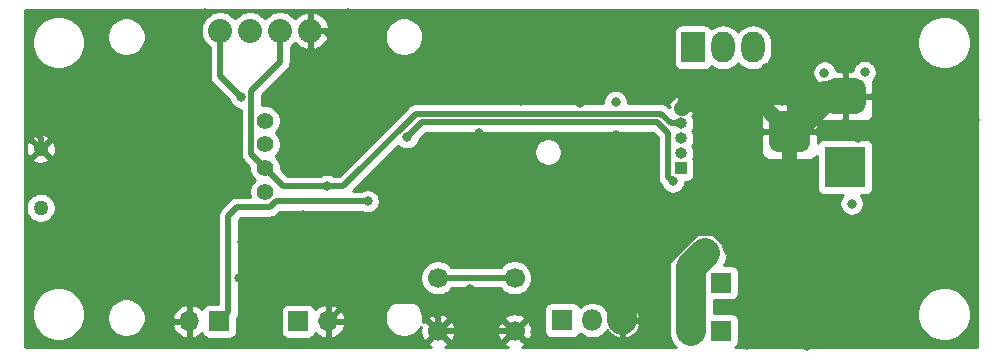
<source format=gbl>
G04 #@! TF.GenerationSoftware,KiCad,Pcbnew,(5.1.6-0-10_14)*
G04 #@! TF.CreationDate,2020-10-28T15:49:20+09:00*
G04 #@! TF.ProjectId,NinjaLAMP,4e696e6a-614c-4414-9d50-2e6b69636164,rev?*
G04 #@! TF.SameCoordinates,Original*
G04 #@! TF.FileFunction,Copper,L2,Bot*
G04 #@! TF.FilePolarity,Positive*
%FSLAX46Y46*%
G04 Gerber Fmt 4.6, Leading zero omitted, Abs format (unit mm)*
G04 Created by KiCad (PCBNEW (5.1.6-0-10_14)) date 2020-10-28 15:49:20*
%MOMM*%
%LPD*%
G01*
G04 APERTURE LIST*
G04 #@! TA.AperFunction,ComponentPad*
%ADD10R,1.000000X1.000000*%
G04 #@! TD*
G04 #@! TA.AperFunction,ComponentPad*
%ADD11O,1.000000X1.000000*%
G04 #@! TD*
G04 #@! TA.AperFunction,ComponentPad*
%ADD12O,2.032000X2.032000*%
G04 #@! TD*
G04 #@! TA.AperFunction,ComponentPad*
%ADD13C,1.399540*%
G04 #@! TD*
G04 #@! TA.AperFunction,ComponentPad*
%ADD14R,1.700000X1.700000*%
G04 #@! TD*
G04 #@! TA.AperFunction,ComponentPad*
%ADD15O,1.700000X1.700000*%
G04 #@! TD*
G04 #@! TA.AperFunction,ComponentPad*
%ADD16R,3.500000X3.500000*%
G04 #@! TD*
G04 #@! TA.AperFunction,ComponentPad*
%ADD17R,2.000000X2.600000*%
G04 #@! TD*
G04 #@! TA.AperFunction,ComponentPad*
%ADD18O,2.000000X2.600000*%
G04 #@! TD*
G04 #@! TA.AperFunction,ComponentPad*
%ADD19O,1.800000X1.800000*%
G04 #@! TD*
G04 #@! TA.AperFunction,ComponentPad*
%ADD20R,1.800000X1.800000*%
G04 #@! TD*
G04 #@! TA.AperFunction,ComponentPad*
%ADD21C,1.700000*%
G04 #@! TD*
G04 #@! TA.AperFunction,ComponentPad*
%ADD22C,1.270000*%
G04 #@! TD*
G04 #@! TA.AperFunction,ViaPad*
%ADD23C,0.800000*%
G04 #@! TD*
G04 #@! TA.AperFunction,Conductor*
%ADD24C,0.508000*%
G04 #@! TD*
G04 #@! TA.AperFunction,Conductor*
%ADD25C,2.540000*%
G04 #@! TD*
G04 #@! TA.AperFunction,Conductor*
%ADD26C,1.270000*%
G04 #@! TD*
G04 #@! TA.AperFunction,Conductor*
%ADD27C,0.254000*%
G04 #@! TD*
G04 APERTURE END LIST*
D10*
G04 #@! TO.P,J2,1*
G04 #@! TO.N,FAN*
X168732500Y-101697000D03*
D11*
G04 #@! TO.P,J2,2*
G04 #@! TO.N,TACT*
X168732500Y-100427000D03*
G04 #@! TO.P,J2,3*
G04 #@! TO.N,D10*
X168732500Y-99157000D03*
G04 #@! TO.P,J2,4*
G04 #@! TO.N,+3V3*
X168732500Y-97887000D03*
G04 #@! TO.P,J2,5*
G04 #@! TO.N,GND*
X168732500Y-96617000D03*
G04 #@! TD*
D12*
G04 #@! TO.P,D1,4*
G04 #@! TO.N,SDA*
X129710000Y-90040000D03*
G04 #@! TO.P,D1,3*
G04 #@! TO.N,SCL*
X132250000Y-90040000D03*
G04 #@! TO.P,D1,2*
G04 #@! TO.N,+3V3*
X134790000Y-90040000D03*
G04 #@! TO.P,D1,1*
G04 #@! TO.N,GND*
X137330000Y-90040000D03*
G04 #@! TD*
D13*
G04 #@! TO.P,D2,4*
G04 #@! TO.N,Net-(D2-Pad4)*
X133520000Y-103659740D03*
G04 #@! TO.P,D2,3*
G04 #@! TO.N,+3V3*
X133520000Y-101658220D03*
G04 #@! TO.P,D2,2*
G04 #@! TO.N,Net-(D2-Pad2)*
X133520000Y-99661780D03*
G04 #@! TO.P,D2,1*
G04 #@! TO.N,Net-(D2-Pad1)*
X133520000Y-97660260D03*
G04 #@! TD*
D14*
G04 #@! TO.P,HEATER1,1*
G04 #@! TO.N,+12V*
X172149240Y-115442800D03*
D15*
G04 #@! TO.P,HEATER1,2*
G04 #@! TO.N,/Q2*
X169609240Y-115442800D03*
G04 #@! TD*
G04 #@! TO.P,HEATER2,2*
G04 #@! TO.N,/Q2*
X169619400Y-111369400D03*
D14*
G04 #@! TO.P,HEATER2,1*
G04 #@! TO.N,+12V*
X172159400Y-111369400D03*
G04 #@! TD*
D16*
G04 #@! TO.P,J1,1*
G04 #@! TO.N,+12V*
X182624200Y-101574400D03*
G04 #@! TO.P,J1,2*
G04 #@! TO.N,GND*
G04 #@! TA.AperFunction,ComponentPad*
G36*
G01*
X181624200Y-94074400D02*
X183624200Y-94074400D01*
G75*
G02*
X184374200Y-94824400I0J-750000D01*
G01*
X184374200Y-96324400D01*
G75*
G02*
X183624200Y-97074400I-750000J0D01*
G01*
X181624200Y-97074400D01*
G75*
G02*
X180874200Y-96324400I0J750000D01*
G01*
X180874200Y-94824400D01*
G75*
G02*
X181624200Y-94074400I750000J0D01*
G01*
G37*
G04 #@! TD.AperFunction*
G04 #@! TO.P,J1,3*
G04 #@! TA.AperFunction,ComponentPad*
G36*
G01*
X177049200Y-96824400D02*
X178799200Y-96824400D01*
G75*
G02*
X179674200Y-97699400I0J-875000D01*
G01*
X179674200Y-99449400D01*
G75*
G02*
X178799200Y-100324400I-875000J0D01*
G01*
X177049200Y-100324400D01*
G75*
G02*
X176174200Y-99449400I0J875000D01*
G01*
X176174200Y-97699400D01*
G75*
G02*
X177049200Y-96824400I875000J0D01*
G01*
G37*
G04 #@! TD.AperFunction*
G04 #@! TD*
D17*
G04 #@! TO.P,FAN1,1*
G04 #@! TO.N,Net-(FAN1-Pad1)*
X169759100Y-91439800D03*
D18*
G04 #@! TO.P,FAN1,2*
G04 #@! TO.N,+12V*
X172299100Y-91439800D03*
G04 #@! TO.P,FAN1,3*
G04 #@! TO.N,N/C*
X174839100Y-91439800D03*
G04 #@! TD*
D14*
G04 #@! TO.P,NTC_AIR1,1*
G04 #@! TO.N,AIN_AIR*
X136320000Y-114630000D03*
D15*
G04 #@! TO.P,NTC_AIR1,2*
G04 #@! TO.N,GND*
X138860000Y-114630000D03*
G04 #@! TD*
G04 #@! TO.P,NTC_WELL1,2*
G04 #@! TO.N,GND*
X127112500Y-114630000D03*
D14*
G04 #@! TO.P,NTC_WELL1,1*
G04 #@! TO.N,AIN_WELL*
X129652500Y-114630000D03*
G04 #@! TD*
D19*
G04 #@! TO.P,EXTRA_Q1,3*
G04 #@! TO.N,GND*
X163762500Y-114557000D03*
G04 #@! TO.P,EXTRA_Q1,2*
G04 #@! TO.N,/Q2*
X161222500Y-114557000D03*
D20*
G04 #@! TO.P,EXTRA_Q1,1*
G04 #@! TO.N,/Q1*
X158682500Y-114557000D03*
G04 #@! TD*
D21*
G04 #@! TO.P,SW1,4*
G04 #@! TO.N,GND*
X148142500Y-115467000D03*
G04 #@! TO.P,SW1,3*
X154642500Y-115467000D03*
G04 #@! TO.P,SW1,2*
G04 #@! TO.N,TACT*
X148142500Y-110967000D03*
G04 #@! TO.P,SW1,1*
X154642500Y-110967000D03*
G04 #@! TD*
D22*
G04 #@! TO.P,SW2,2*
G04 #@! TO.N,GND*
X114520000Y-100040640D03*
G04 #@! TO.P,SW2,1*
G04 #@! TO.N,TACT*
X114520000Y-105039360D03*
G04 #@! TD*
D23*
G04 #@! TO.N,*
X163202500Y-96067000D03*
X180882500Y-93577000D03*
X184282500Y-93547000D03*
G04 #@! TO.N,GND*
X173467500Y-108216500D03*
X113862500Y-94207000D03*
X118352500Y-92177000D03*
X118932500Y-88997000D03*
X113792500Y-111917000D03*
X118782500Y-112797000D03*
X118892500Y-116357000D03*
X124122500Y-116477000D03*
X124532500Y-113367000D03*
X141332500Y-114167000D03*
X143742500Y-115617000D03*
X148722500Y-113277000D03*
X150872500Y-111907000D03*
X153332500Y-114577000D03*
X156382500Y-115517000D03*
X149692500Y-114577000D03*
X144502500Y-109377000D03*
X146002500Y-110427000D03*
X131542500Y-107907000D03*
X131342500Y-111007000D03*
X134832500Y-109687000D03*
X128792500Y-111087000D03*
X123822500Y-108887000D03*
X118102500Y-108547000D03*
X113892500Y-98467000D03*
X120682500Y-102077000D03*
X124152500Y-105197000D03*
X128172500Y-101517000D03*
X128082500Y-96597000D03*
X124112500Y-98867000D03*
X117822500Y-95867000D03*
X122312500Y-95457000D03*
X125342500Y-91637000D03*
X128452500Y-88577000D03*
X128502500Y-91557000D03*
X140582500Y-88537000D03*
X138502500Y-93257000D03*
X143592500Y-91947000D03*
X143722500Y-89137000D03*
X139222500Y-90697000D03*
X151612500Y-98697000D03*
X146562500Y-107787000D03*
X149272500Y-109497000D03*
X151542500Y-107247000D03*
X151402500Y-103207000D03*
X163202500Y-98877000D03*
X159132500Y-104337000D03*
X153802500Y-101097000D03*
X155202500Y-104677000D03*
X158752500Y-101807000D03*
X161772500Y-101737000D03*
X155182500Y-96017000D03*
X151412500Y-94367000D03*
X148322500Y-89787000D03*
X151582500Y-88847000D03*
X151122500Y-92397000D03*
X154702500Y-88957000D03*
X155212500Y-92027000D03*
X157392500Y-94167000D03*
X157532500Y-91877000D03*
X157612500Y-89477000D03*
X160192500Y-91997000D03*
X160192500Y-96197000D03*
X163682500Y-92657000D03*
X165172500Y-89737000D03*
X169002500Y-94427000D03*
X167682500Y-90677000D03*
X161682500Y-89847000D03*
X170372500Y-89087000D03*
X174582500Y-89057000D03*
X175932500Y-93157000D03*
X177322500Y-95957000D03*
X177552500Y-89047000D03*
X179012500Y-91997000D03*
X181922500Y-89227000D03*
X187102500Y-89177000D03*
X192902500Y-93097000D03*
X187962500Y-96857000D03*
X193592500Y-97607000D03*
X187842500Y-100757000D03*
X188252500Y-105517000D03*
X185492500Y-107577000D03*
X193562500Y-110737000D03*
X191392500Y-108097000D03*
X190642500Y-95507000D03*
X191392500Y-103957000D03*
X188892500Y-112447000D03*
X186762500Y-116407000D03*
X185992500Y-112477000D03*
X174352500Y-116627000D03*
X174712500Y-112557000D03*
G04 #@! TO.N,+12V*
X183192500Y-104677000D03*
G04 #@! TO.N,GND*
X179402500Y-116707000D03*
X176852500Y-114777000D03*
X182542500Y-115127000D03*
X178292500Y-107277000D03*
X180212500Y-106167000D03*
X179732500Y-101487000D03*
X176592500Y-101607000D03*
X176462500Y-104917000D03*
X181512500Y-98057000D03*
X183752500Y-99147000D03*
X156412500Y-112337000D03*
X156432500Y-109737000D03*
X158932500Y-110617000D03*
X160472500Y-107197000D03*
X164262500Y-108547000D03*
X167402500Y-105457000D03*
X169902500Y-104307000D03*
X145802500Y-102847000D03*
X146942500Y-105807000D03*
X146372500Y-94327000D03*
X192742500Y-100937000D03*
X193552500Y-107247000D03*
X113932500Y-106857000D03*
X136722500Y-105607000D03*
X138362500Y-106967000D03*
X138202500Y-111827000D03*
X136302500Y-112957000D03*
X134222500Y-107107000D03*
X137532500Y-109377000D03*
X135212500Y-97407000D03*
X134952500Y-100607000D03*
X139062500Y-99587000D03*
X138282500Y-97357000D03*
X136932500Y-98947000D03*
G04 #@! TO.N,+3V3*
X138758400Y-103200000D03*
G04 #@! TO.N,SDA*
X131512229Y-95679081D03*
G04 #@! TO.N,/Q2*
X170787800Y-108889600D03*
G04 #@! TO.N,AIN_WELL*
X142212500Y-104477000D03*
G04 #@! TO.N,HEATER*
X145540200Y-99047100D03*
X168046550Y-102801050D03*
G04 #@! TD*
D24*
G04 #@! TO.N,GND*
X140604001Y-112885999D02*
X146736520Y-112885999D01*
X138860000Y-114630000D02*
X140604001Y-112885999D01*
D25*
X180924200Y-95574400D02*
X177924200Y-98574400D01*
X182624200Y-95574400D02*
X180924200Y-95574400D01*
D26*
X177924200Y-105512400D02*
X175220100Y-108216500D01*
X175220100Y-108216500D02*
X173467500Y-108216500D01*
X177924200Y-98574400D02*
X177924200Y-105512400D01*
D25*
X169652851Y-106149591D02*
X171922749Y-106149591D01*
X173467500Y-107694342D02*
X173467500Y-108216500D01*
X171922749Y-106149591D02*
X173467500Y-107694342D01*
D26*
X177924200Y-98574400D02*
X175073079Y-95723279D01*
X168797501Y-96551999D02*
X168732500Y-96551999D01*
X169626221Y-95723279D02*
X168797501Y-96551999D01*
X175073079Y-95723279D02*
X169626221Y-95723279D01*
D24*
X148142500Y-114291979D02*
X148142500Y-115467000D01*
X146736520Y-112885999D02*
X148142500Y-114291979D01*
X154642500Y-115467000D02*
X148142500Y-115467000D01*
X155483539Y-116335099D02*
X161524401Y-116335099D01*
X155483539Y-116308039D02*
X155483539Y-116335099D01*
X154642500Y-115467000D02*
X155483539Y-116308039D01*
D25*
X163762500Y-112039942D02*
X169652851Y-106149591D01*
X163762500Y-114557000D02*
X163762500Y-112039942D01*
D24*
X138565500Y-90040000D02*
X139222500Y-90697000D01*
X137330000Y-90040000D02*
X138565500Y-90040000D01*
X114520000Y-99094500D02*
X113892500Y-98467000D01*
X114520000Y-100040640D02*
X114520000Y-99094500D01*
X137572500Y-99587000D02*
X136932500Y-98947000D01*
X139062500Y-99587000D02*
X137572500Y-99587000D01*
X138282500Y-97597000D02*
X136932500Y-98947000D01*
X138282500Y-97357000D02*
X138282500Y-97597000D01*
X136612500Y-98947000D02*
X134952500Y-100607000D01*
X136932500Y-98947000D02*
X136612500Y-98947000D01*
X135392500Y-97407000D02*
X136932500Y-98947000D01*
X135212500Y-97407000D02*
X135392500Y-97407000D01*
X138282500Y-93477000D02*
X138502500Y-93257000D01*
X138282500Y-97357000D02*
X138282500Y-93477000D01*
X138502500Y-91417000D02*
X139222500Y-90697000D01*
X138502500Y-93257000D02*
X138502500Y-91417000D01*
G04 #@! TO.N,SCL*
X132366229Y-90156229D02*
X132250000Y-90040000D01*
G04 #@! TO.N,+3V3*
X133520000Y-101658220D02*
X132366229Y-100504449D01*
X138694900Y-103200000D02*
X138758400Y-103200000D01*
X132366229Y-100504449D02*
X132366229Y-95118729D01*
X134790000Y-92694958D02*
X134790000Y-90040000D01*
X132366229Y-95118729D02*
X134790000Y-92694958D01*
X140123378Y-103200000D02*
X138758400Y-103200000D01*
X146265098Y-97058280D02*
X140123378Y-103200000D01*
X167035057Y-97058280D02*
X146265098Y-97058280D01*
X167863777Y-97887000D02*
X167035057Y-97058280D01*
X168732500Y-97887000D02*
X167863777Y-97887000D01*
X135061780Y-103200000D02*
X133520000Y-101658220D01*
X138758400Y-103200000D02*
X135061780Y-103200000D01*
G04 #@! TO.N,SDA*
X129710000Y-93876852D02*
X129710000Y-90040000D01*
X131512229Y-95679081D02*
X129710000Y-93876852D01*
D25*
G04 #@! TO.N,/Q2*
X169619400Y-110058000D02*
X170787800Y-108889600D01*
X169619400Y-115432640D02*
X169609240Y-115442800D01*
X169609240Y-111379560D02*
X169619400Y-111369400D01*
X169609240Y-115442800D02*
X169609240Y-111379560D01*
X169619400Y-111369400D02*
X169619400Y-110058000D01*
D24*
G04 #@! TO.N,TACT*
X154642500Y-110967000D02*
X148142500Y-110967000D01*
G04 #@! TO.N,AIN_WELL*
X131152500Y-104967000D02*
X130418010Y-105701490D01*
X130418010Y-113864490D02*
X129652500Y-114630000D01*
X142212500Y-104477000D02*
X134410322Y-104477000D01*
X133920322Y-104967000D02*
X131152500Y-104967000D01*
X130418010Y-105701490D02*
X130418010Y-113864490D01*
X134410322Y-104477000D02*
X133920322Y-104967000D01*
G04 #@! TO.N,HEATER*
X146821010Y-97766290D02*
X145540200Y-99047100D01*
X166741790Y-97766290D02*
X146821010Y-97766290D01*
X167646551Y-98671051D02*
X166741790Y-97766290D01*
X167646551Y-102401051D02*
X167646551Y-98671051D01*
X168046550Y-102801050D02*
X167646551Y-102401051D01*
G04 #@! TD*
D27*
G04 #@! TO.N,GND*
G36*
X193810000Y-116830000D02*
G01*
X173341269Y-116830000D01*
X173353734Y-116823337D01*
X173450425Y-116743985D01*
X173529777Y-116647294D01*
X173588742Y-116536980D01*
X173625052Y-116417282D01*
X173637312Y-116292800D01*
X173637312Y-114592800D01*
X173625052Y-114468318D01*
X173588742Y-114348620D01*
X173529777Y-114238306D01*
X173450425Y-114141615D01*
X173353734Y-114062263D01*
X173243420Y-114003298D01*
X173123722Y-113966988D01*
X172999240Y-113954728D01*
X171514240Y-113954728D01*
X171514240Y-113816521D01*
X188750979Y-113816521D01*
X188750979Y-114263479D01*
X188838176Y-114701849D01*
X189009220Y-115114785D01*
X189257536Y-115486417D01*
X189573583Y-115802464D01*
X189945215Y-116050780D01*
X190358151Y-116221824D01*
X190796521Y-116309021D01*
X191243479Y-116309021D01*
X191681849Y-116221824D01*
X192094785Y-116050780D01*
X192466417Y-115802464D01*
X192782464Y-115486417D01*
X193030780Y-115114785D01*
X193201824Y-114701849D01*
X193289021Y-114263479D01*
X193289021Y-113816521D01*
X193201824Y-113378151D01*
X193030780Y-112965215D01*
X192782464Y-112593583D01*
X192466417Y-112277536D01*
X192094785Y-112029220D01*
X191681849Y-111858176D01*
X191243479Y-111770979D01*
X190796521Y-111770979D01*
X190358151Y-111858176D01*
X189945215Y-112029220D01*
X189573583Y-112277536D01*
X189257536Y-112593583D01*
X189009220Y-112965215D01*
X188838176Y-113378151D01*
X188750979Y-113816521D01*
X171514240Y-113816521D01*
X171514240Y-112857472D01*
X173009400Y-112857472D01*
X173133882Y-112845212D01*
X173253580Y-112808902D01*
X173363894Y-112749937D01*
X173460585Y-112670585D01*
X173539937Y-112573894D01*
X173598902Y-112463580D01*
X173635212Y-112343882D01*
X173647472Y-112219400D01*
X173647472Y-110519400D01*
X173635212Y-110394918D01*
X173598902Y-110275220D01*
X173539937Y-110164906D01*
X173460585Y-110068215D01*
X173363894Y-109988863D01*
X173253580Y-109929898D01*
X173133882Y-109893588D01*
X173009400Y-109881328D01*
X172417767Y-109881328D01*
X172556305Y-109622140D01*
X172665235Y-109263046D01*
X172702017Y-108889601D01*
X172665235Y-108516156D01*
X172556305Y-108157061D01*
X172379413Y-107826118D01*
X172141355Y-107536045D01*
X171851282Y-107297987D01*
X171520339Y-107121095D01*
X171161244Y-107012165D01*
X170787799Y-106975383D01*
X170414354Y-107012165D01*
X170055260Y-107121095D01*
X169724317Y-107297987D01*
X169506934Y-107476390D01*
X168338540Y-108644785D01*
X168265845Y-108704444D01*
X168197551Y-108787661D01*
X168027787Y-108994518D01*
X167850895Y-109325461D01*
X167741964Y-109684555D01*
X167714400Y-109964418D01*
X167705183Y-110058000D01*
X167714400Y-110151580D01*
X167714400Y-111182827D01*
X167695023Y-111379560D01*
X167704241Y-111473149D01*
X167704240Y-115349220D01*
X167695023Y-115442800D01*
X167704240Y-115536380D01*
X167704240Y-115536381D01*
X167731804Y-115816244D01*
X167840734Y-116175338D01*
X168017627Y-116506282D01*
X168255684Y-116796356D01*
X168296679Y-116830000D01*
X155242145Y-116830000D01*
X155276247Y-116817919D01*
X155413657Y-116744472D01*
X155491292Y-116495397D01*
X154642500Y-115646605D01*
X153793708Y-116495397D01*
X153871343Y-116744472D01*
X154050715Y-116830000D01*
X148742145Y-116830000D01*
X148776247Y-116817919D01*
X148913657Y-116744472D01*
X148991292Y-116495397D01*
X148142500Y-115646605D01*
X147293708Y-116495397D01*
X147371343Y-116744472D01*
X147550715Y-116830000D01*
X113230000Y-116830000D01*
X113230000Y-113816521D01*
X113750979Y-113816521D01*
X113750979Y-114263479D01*
X113838176Y-114701849D01*
X114009220Y-115114785D01*
X114257536Y-115486417D01*
X114573583Y-115802464D01*
X114945215Y-116050780D01*
X115358151Y-116221824D01*
X115796521Y-116309021D01*
X116243479Y-116309021D01*
X116681849Y-116221824D01*
X117094785Y-116050780D01*
X117466417Y-115802464D01*
X117782464Y-115486417D01*
X118030780Y-115114785D01*
X118201824Y-114701849D01*
X118289021Y-114263479D01*
X118289021Y-114178967D01*
X120135000Y-114178967D01*
X120135000Y-114501033D01*
X120197832Y-114816912D01*
X120321082Y-115114463D01*
X120500013Y-115382252D01*
X120727748Y-115609987D01*
X120995537Y-115788918D01*
X121293088Y-115912168D01*
X121608967Y-115975000D01*
X121931033Y-115975000D01*
X122246912Y-115912168D01*
X122544463Y-115788918D01*
X122812252Y-115609987D01*
X123039987Y-115382252D01*
X123218918Y-115114463D01*
X123271760Y-114986891D01*
X125671019Y-114986891D01*
X125768343Y-115261252D01*
X125917322Y-115511355D01*
X126112231Y-115727588D01*
X126345580Y-115901641D01*
X126608401Y-116026825D01*
X126755610Y-116071476D01*
X126985500Y-115950155D01*
X126985500Y-114757000D01*
X125791686Y-114757000D01*
X125671019Y-114986891D01*
X123271760Y-114986891D01*
X123342168Y-114816912D01*
X123405000Y-114501033D01*
X123405000Y-114273109D01*
X125671019Y-114273109D01*
X125791686Y-114503000D01*
X126985500Y-114503000D01*
X126985500Y-113309845D01*
X127239500Y-113309845D01*
X127239500Y-114503000D01*
X127259500Y-114503000D01*
X127259500Y-114757000D01*
X127239500Y-114757000D01*
X127239500Y-115950155D01*
X127469390Y-116071476D01*
X127616599Y-116026825D01*
X127879420Y-115901641D01*
X128112769Y-115727588D01*
X128188534Y-115643534D01*
X128212998Y-115724180D01*
X128271963Y-115834494D01*
X128351315Y-115931185D01*
X128448006Y-116010537D01*
X128558320Y-116069502D01*
X128678018Y-116105812D01*
X128802500Y-116118072D01*
X130502500Y-116118072D01*
X130626982Y-116105812D01*
X130746680Y-116069502D01*
X130856994Y-116010537D01*
X130953685Y-115931185D01*
X131033037Y-115834494D01*
X131092002Y-115724180D01*
X131128312Y-115604482D01*
X131140572Y-115480000D01*
X131140572Y-114385384D01*
X131160762Y-114360782D01*
X131199586Y-114288148D01*
X131243313Y-114206341D01*
X131281915Y-114079085D01*
X131294146Y-114038765D01*
X131298785Y-113991661D01*
X131307010Y-113908157D01*
X131307010Y-113908150D01*
X131311310Y-113864490D01*
X131307010Y-113820830D01*
X131307010Y-113780000D01*
X134831928Y-113780000D01*
X134831928Y-115480000D01*
X134844188Y-115604482D01*
X134880498Y-115724180D01*
X134939463Y-115834494D01*
X135018815Y-115931185D01*
X135115506Y-116010537D01*
X135225820Y-116069502D01*
X135345518Y-116105812D01*
X135470000Y-116118072D01*
X137170000Y-116118072D01*
X137294482Y-116105812D01*
X137414180Y-116069502D01*
X137524494Y-116010537D01*
X137621185Y-115931185D01*
X137700537Y-115834494D01*
X137759502Y-115724180D01*
X137783966Y-115643534D01*
X137859731Y-115727588D01*
X138093080Y-115901641D01*
X138355901Y-116026825D01*
X138503110Y-116071476D01*
X138733000Y-115950155D01*
X138733000Y-114757000D01*
X138987000Y-114757000D01*
X138987000Y-115950155D01*
X139216890Y-116071476D01*
X139364099Y-116026825D01*
X139626920Y-115901641D01*
X139860269Y-115727588D01*
X140055178Y-115511355D01*
X140204157Y-115261252D01*
X140301481Y-114986891D01*
X140180814Y-114757000D01*
X138987000Y-114757000D01*
X138733000Y-114757000D01*
X138713000Y-114757000D01*
X138713000Y-114503000D01*
X138733000Y-114503000D01*
X138733000Y-113309845D01*
X138987000Y-113309845D01*
X138987000Y-114503000D01*
X140180814Y-114503000D01*
X140301481Y-114273109D01*
X140268087Y-114178967D01*
X143635000Y-114178967D01*
X143635000Y-114501033D01*
X143697832Y-114816912D01*
X143821082Y-115114463D01*
X144000013Y-115382252D01*
X144227748Y-115609987D01*
X144495537Y-115788918D01*
X144793088Y-115912168D01*
X145108967Y-115975000D01*
X145431033Y-115975000D01*
X145746912Y-115912168D01*
X146044463Y-115788918D01*
X146312252Y-115609987D01*
X146539987Y-115382252D01*
X146688237Y-115160381D01*
X146667161Y-115243411D01*
X146651889Y-115535531D01*
X146693901Y-115825019D01*
X146791581Y-116100747D01*
X146865028Y-116238157D01*
X147114103Y-116315792D01*
X147962895Y-115467000D01*
X148322105Y-115467000D01*
X149170897Y-116315792D01*
X149419972Y-116238157D01*
X149545871Y-115974117D01*
X149617839Y-115690589D01*
X149625945Y-115535531D01*
X153151889Y-115535531D01*
X153193901Y-115825019D01*
X153291581Y-116100747D01*
X153365028Y-116238157D01*
X153614103Y-116315792D01*
X154462895Y-115467000D01*
X154822105Y-115467000D01*
X155670897Y-116315792D01*
X155919972Y-116238157D01*
X156045871Y-115974117D01*
X156117839Y-115690589D01*
X156133111Y-115398469D01*
X156091099Y-115108981D01*
X155993419Y-114833253D01*
X155919972Y-114695843D01*
X155670897Y-114618208D01*
X154822105Y-115467000D01*
X154462895Y-115467000D01*
X153614103Y-114618208D01*
X153365028Y-114695843D01*
X153239129Y-114959883D01*
X153167161Y-115243411D01*
X153151889Y-115535531D01*
X149625945Y-115535531D01*
X149633111Y-115398469D01*
X149591099Y-115108981D01*
X149493419Y-114833253D01*
X149419972Y-114695843D01*
X149170897Y-114618208D01*
X148322105Y-115467000D01*
X147962895Y-115467000D01*
X147114103Y-114618208D01*
X146866331Y-114695437D01*
X146905000Y-114501033D01*
X146905000Y-114438603D01*
X147293708Y-114438603D01*
X148142500Y-115287395D01*
X148991292Y-114438603D01*
X153793708Y-114438603D01*
X154642500Y-115287395D01*
X155491292Y-114438603D01*
X155413657Y-114189528D01*
X155149617Y-114063629D01*
X154866089Y-113991661D01*
X154573969Y-113976389D01*
X154284481Y-114018401D01*
X154008753Y-114116081D01*
X153871343Y-114189528D01*
X153793708Y-114438603D01*
X148991292Y-114438603D01*
X148913657Y-114189528D01*
X148649617Y-114063629D01*
X148366089Y-113991661D01*
X148073969Y-113976389D01*
X147784481Y-114018401D01*
X147508753Y-114116081D01*
X147371343Y-114189528D01*
X147293708Y-114438603D01*
X146905000Y-114438603D01*
X146905000Y-114178967D01*
X146842168Y-113863088D01*
X146756804Y-113657000D01*
X157144428Y-113657000D01*
X157144428Y-115457000D01*
X157156688Y-115581482D01*
X157192998Y-115701180D01*
X157251963Y-115811494D01*
X157331315Y-115908185D01*
X157428006Y-115987537D01*
X157538320Y-116046502D01*
X157658018Y-116082812D01*
X157782500Y-116095072D01*
X159582500Y-116095072D01*
X159706982Y-116082812D01*
X159826680Y-116046502D01*
X159936994Y-115987537D01*
X160033685Y-115908185D01*
X160113037Y-115811494D01*
X160172002Y-115701180D01*
X160177556Y-115682873D01*
X160243995Y-115749312D01*
X160495405Y-115917299D01*
X160774757Y-116033011D01*
X161071316Y-116092000D01*
X161373684Y-116092000D01*
X161670243Y-116033011D01*
X161949595Y-115917299D01*
X162201005Y-115749312D01*
X162414812Y-115535505D01*
X162495867Y-115414198D01*
X162630851Y-115594116D01*
X162854927Y-115794962D01*
X163113880Y-115948234D01*
X163397759Y-116048041D01*
X163635500Y-115927992D01*
X163635500Y-114684000D01*
X163889500Y-114684000D01*
X163889500Y-115927992D01*
X164127241Y-116048041D01*
X164411120Y-115948234D01*
X164670073Y-115794962D01*
X164894149Y-115594116D01*
X165074736Y-115353414D01*
X165204894Y-115082107D01*
X165253536Y-114921740D01*
X165132878Y-114684000D01*
X163889500Y-114684000D01*
X163635500Y-114684000D01*
X163615500Y-114684000D01*
X163615500Y-114430000D01*
X163635500Y-114430000D01*
X163635500Y-113186008D01*
X163889500Y-113186008D01*
X163889500Y-114430000D01*
X165132878Y-114430000D01*
X165253536Y-114192260D01*
X165204894Y-114031893D01*
X165074736Y-113760586D01*
X164894149Y-113519884D01*
X164670073Y-113319038D01*
X164411120Y-113165766D01*
X164127241Y-113065959D01*
X163889500Y-113186008D01*
X163635500Y-113186008D01*
X163397759Y-113065959D01*
X163113880Y-113165766D01*
X162854927Y-113319038D01*
X162630851Y-113519884D01*
X162495867Y-113699802D01*
X162414812Y-113578495D01*
X162201005Y-113364688D01*
X161949595Y-113196701D01*
X161670243Y-113080989D01*
X161373684Y-113022000D01*
X161071316Y-113022000D01*
X160774757Y-113080989D01*
X160495405Y-113196701D01*
X160243995Y-113364688D01*
X160177556Y-113431127D01*
X160172002Y-113412820D01*
X160113037Y-113302506D01*
X160033685Y-113205815D01*
X159936994Y-113126463D01*
X159826680Y-113067498D01*
X159706982Y-113031188D01*
X159582500Y-113018928D01*
X157782500Y-113018928D01*
X157658018Y-113031188D01*
X157538320Y-113067498D01*
X157428006Y-113126463D01*
X157331315Y-113205815D01*
X157251963Y-113302506D01*
X157192998Y-113412820D01*
X157156688Y-113532518D01*
X157144428Y-113657000D01*
X146756804Y-113657000D01*
X146718918Y-113565537D01*
X146539987Y-113297748D01*
X146312252Y-113070013D01*
X146044463Y-112891082D01*
X145746912Y-112767832D01*
X145431033Y-112705000D01*
X145108967Y-112705000D01*
X144793088Y-112767832D01*
X144495537Y-112891082D01*
X144227748Y-113070013D01*
X144000013Y-113297748D01*
X143821082Y-113565537D01*
X143697832Y-113863088D01*
X143635000Y-114178967D01*
X140268087Y-114178967D01*
X140204157Y-113998748D01*
X140055178Y-113748645D01*
X139860269Y-113532412D01*
X139626920Y-113358359D01*
X139364099Y-113233175D01*
X139216890Y-113188524D01*
X138987000Y-113309845D01*
X138733000Y-113309845D01*
X138503110Y-113188524D01*
X138355901Y-113233175D01*
X138093080Y-113358359D01*
X137859731Y-113532412D01*
X137783966Y-113616466D01*
X137759502Y-113535820D01*
X137700537Y-113425506D01*
X137621185Y-113328815D01*
X137524494Y-113249463D01*
X137414180Y-113190498D01*
X137294482Y-113154188D01*
X137170000Y-113141928D01*
X135470000Y-113141928D01*
X135345518Y-113154188D01*
X135225820Y-113190498D01*
X135115506Y-113249463D01*
X135018815Y-113328815D01*
X134939463Y-113425506D01*
X134880498Y-113535820D01*
X134844188Y-113655518D01*
X134831928Y-113780000D01*
X131307010Y-113780000D01*
X131307010Y-110820740D01*
X146657500Y-110820740D01*
X146657500Y-111113260D01*
X146714568Y-111400158D01*
X146826510Y-111670411D01*
X146989025Y-111913632D01*
X147195868Y-112120475D01*
X147439089Y-112282990D01*
X147709342Y-112394932D01*
X147996240Y-112452000D01*
X148288760Y-112452000D01*
X148575658Y-112394932D01*
X148845911Y-112282990D01*
X149089132Y-112120475D01*
X149295975Y-111913632D01*
X149334483Y-111856000D01*
X153450517Y-111856000D01*
X153489025Y-111913632D01*
X153695868Y-112120475D01*
X153939089Y-112282990D01*
X154209342Y-112394932D01*
X154496240Y-112452000D01*
X154788760Y-112452000D01*
X155075658Y-112394932D01*
X155345911Y-112282990D01*
X155589132Y-112120475D01*
X155795975Y-111913632D01*
X155958490Y-111670411D01*
X156070432Y-111400158D01*
X156127500Y-111113260D01*
X156127500Y-110820740D01*
X156070432Y-110533842D01*
X155958490Y-110263589D01*
X155795975Y-110020368D01*
X155589132Y-109813525D01*
X155345911Y-109651010D01*
X155075658Y-109539068D01*
X154788760Y-109482000D01*
X154496240Y-109482000D01*
X154209342Y-109539068D01*
X153939089Y-109651010D01*
X153695868Y-109813525D01*
X153489025Y-110020368D01*
X153450517Y-110078000D01*
X149334483Y-110078000D01*
X149295975Y-110020368D01*
X149089132Y-109813525D01*
X148845911Y-109651010D01*
X148575658Y-109539068D01*
X148288760Y-109482000D01*
X147996240Y-109482000D01*
X147709342Y-109539068D01*
X147439089Y-109651010D01*
X147195868Y-109813525D01*
X146989025Y-110020368D01*
X146826510Y-110263589D01*
X146714568Y-110533842D01*
X146657500Y-110820740D01*
X131307010Y-110820740D01*
X131307010Y-106069725D01*
X131520736Y-105856000D01*
X133876662Y-105856000D01*
X133920322Y-105860300D01*
X133963982Y-105856000D01*
X133963989Y-105856000D01*
X134094596Y-105843136D01*
X134262173Y-105792303D01*
X134416613Y-105709753D01*
X134551981Y-105598659D01*
X134579821Y-105564736D01*
X134778557Y-105366000D01*
X141680032Y-105366000D01*
X141722244Y-105394205D01*
X141910602Y-105472226D01*
X142110561Y-105512000D01*
X142314439Y-105512000D01*
X142514398Y-105472226D01*
X142702756Y-105394205D01*
X142872274Y-105280937D01*
X143016437Y-105136774D01*
X143129705Y-104967256D01*
X143207726Y-104778898D01*
X143247500Y-104578939D01*
X143247500Y-104375061D01*
X143207726Y-104175102D01*
X143129705Y-103986744D01*
X143016437Y-103817226D01*
X142872274Y-103673063D01*
X142702756Y-103559795D01*
X142514398Y-103481774D01*
X142314439Y-103442000D01*
X142110561Y-103442000D01*
X141910602Y-103481774D01*
X141722244Y-103559795D01*
X141680032Y-103588000D01*
X140992613Y-103588000D01*
X144384093Y-100196520D01*
X156314485Y-100196520D01*
X156314485Y-100427840D01*
X156359613Y-100654716D01*
X156448136Y-100868428D01*
X156576651Y-101060764D01*
X156740219Y-101224332D01*
X156932555Y-101352847D01*
X157146267Y-101441370D01*
X157373143Y-101486498D01*
X157604463Y-101486498D01*
X157831339Y-101441370D01*
X158045051Y-101352847D01*
X158237387Y-101224332D01*
X158400955Y-101060764D01*
X158529470Y-100868428D01*
X158617993Y-100654716D01*
X158663121Y-100427840D01*
X158663121Y-100196520D01*
X158617993Y-99969644D01*
X158529470Y-99755932D01*
X158400955Y-99563596D01*
X158237387Y-99400028D01*
X158045051Y-99271513D01*
X157831339Y-99182990D01*
X157604463Y-99137862D01*
X157373143Y-99137862D01*
X157146267Y-99182990D01*
X156932555Y-99271513D01*
X156740219Y-99400028D01*
X156576651Y-99563596D01*
X156448136Y-99755932D01*
X156359613Y-99969644D01*
X156314485Y-100196520D01*
X144384093Y-100196520D01*
X144805001Y-99775612D01*
X144880426Y-99851037D01*
X145049944Y-99964305D01*
X145238302Y-100042326D01*
X145438261Y-100082100D01*
X145642139Y-100082100D01*
X145842098Y-100042326D01*
X146030456Y-99964305D01*
X146199974Y-99851037D01*
X146344137Y-99706874D01*
X146457405Y-99537356D01*
X146535426Y-99348998D01*
X146545330Y-99299205D01*
X147189246Y-98655290D01*
X166373555Y-98655290D01*
X166757552Y-99039287D01*
X166757551Y-102357391D01*
X166753251Y-102401051D01*
X166757551Y-102444711D01*
X166757551Y-102444717D01*
X166770415Y-102575324D01*
X166821248Y-102742901D01*
X166903798Y-102897341D01*
X167014892Y-103032710D01*
X167041735Y-103054739D01*
X167051324Y-103102948D01*
X167129345Y-103291306D01*
X167242613Y-103460824D01*
X167386776Y-103604987D01*
X167556294Y-103718255D01*
X167744652Y-103796276D01*
X167944611Y-103836050D01*
X168148489Y-103836050D01*
X168348448Y-103796276D01*
X168536806Y-103718255D01*
X168706324Y-103604987D01*
X168850487Y-103460824D01*
X168963755Y-103291306D01*
X169041776Y-103102948D01*
X169081550Y-102902989D01*
X169081550Y-102835072D01*
X169232500Y-102835072D01*
X169356982Y-102822812D01*
X169476680Y-102786502D01*
X169586994Y-102727537D01*
X169683685Y-102648185D01*
X169763037Y-102551494D01*
X169822002Y-102441180D01*
X169858312Y-102321482D01*
X169870572Y-102197000D01*
X169870572Y-101197000D01*
X169858312Y-101072518D01*
X169822002Y-100952820D01*
X169777612Y-100869774D01*
X169823883Y-100758067D01*
X169867500Y-100538788D01*
X169867500Y-100324400D01*
X175536128Y-100324400D01*
X175548388Y-100448882D01*
X175584698Y-100568580D01*
X175643663Y-100678894D01*
X175723015Y-100775585D01*
X175819706Y-100854937D01*
X175930020Y-100913902D01*
X176049718Y-100950212D01*
X176174200Y-100962472D01*
X177638450Y-100959400D01*
X177797200Y-100800650D01*
X177797200Y-98701400D01*
X178051200Y-98701400D01*
X178051200Y-100800650D01*
X178209950Y-100959400D01*
X179674200Y-100962472D01*
X179798682Y-100950212D01*
X179918380Y-100913902D01*
X180028694Y-100854937D01*
X180125385Y-100775585D01*
X180204737Y-100678894D01*
X180236128Y-100620167D01*
X180236128Y-103324400D01*
X180248388Y-103448882D01*
X180284698Y-103568580D01*
X180343663Y-103678894D01*
X180423015Y-103775585D01*
X180519706Y-103854937D01*
X180630020Y-103913902D01*
X180749718Y-103950212D01*
X180874200Y-103962472D01*
X182443317Y-103962472D01*
X182388563Y-104017226D01*
X182275295Y-104186744D01*
X182197274Y-104375102D01*
X182157500Y-104575061D01*
X182157500Y-104778939D01*
X182197274Y-104978898D01*
X182275295Y-105167256D01*
X182388563Y-105336774D01*
X182532726Y-105480937D01*
X182702244Y-105594205D01*
X182890602Y-105672226D01*
X183090561Y-105712000D01*
X183294439Y-105712000D01*
X183494398Y-105672226D01*
X183682756Y-105594205D01*
X183852274Y-105480937D01*
X183996437Y-105336774D01*
X184109705Y-105167256D01*
X184187726Y-104978898D01*
X184227500Y-104778939D01*
X184227500Y-104575061D01*
X184187726Y-104375102D01*
X184109705Y-104186744D01*
X183996437Y-104017226D01*
X183941683Y-103962472D01*
X184374200Y-103962472D01*
X184498682Y-103950212D01*
X184618380Y-103913902D01*
X184728694Y-103854937D01*
X184825385Y-103775585D01*
X184904737Y-103678894D01*
X184963702Y-103568580D01*
X185000012Y-103448882D01*
X185012272Y-103324400D01*
X185012272Y-99824400D01*
X185000012Y-99699918D01*
X184963702Y-99580220D01*
X184904737Y-99469906D01*
X184825385Y-99373215D01*
X184728694Y-99293863D01*
X184618380Y-99234898D01*
X184498682Y-99198588D01*
X184374200Y-99186328D01*
X180874200Y-99186328D01*
X180749718Y-99198588D01*
X180630020Y-99234898D01*
X180519706Y-99293863D01*
X180423015Y-99373215D01*
X180343663Y-99469906D01*
X180310609Y-99531745D01*
X180309200Y-98860150D01*
X180150450Y-98701400D01*
X178051200Y-98701400D01*
X177797200Y-98701400D01*
X175697950Y-98701400D01*
X175539200Y-98860150D01*
X175536128Y-100324400D01*
X169867500Y-100324400D01*
X169867500Y-100315212D01*
X169823883Y-100095933D01*
X169738324Y-99889376D01*
X169673259Y-99792000D01*
X169738324Y-99694624D01*
X169823883Y-99488067D01*
X169867500Y-99268788D01*
X169867500Y-99045212D01*
X169823883Y-98825933D01*
X169738324Y-98619376D01*
X169673259Y-98522000D01*
X169738324Y-98424624D01*
X169823883Y-98218067D01*
X169867500Y-97998788D01*
X169867500Y-97775212D01*
X169823883Y-97555933D01*
X169738324Y-97349376D01*
X169670147Y-97247342D01*
X169719623Y-97177206D01*
X169809946Y-96973864D01*
X169826619Y-96918874D01*
X169758460Y-96824400D01*
X175536128Y-96824400D01*
X175539200Y-98288650D01*
X175697950Y-98447400D01*
X177797200Y-98447400D01*
X177797200Y-96348150D01*
X178051200Y-96348150D01*
X178051200Y-98447400D01*
X180150450Y-98447400D01*
X180309200Y-98288650D01*
X180311131Y-97368033D01*
X180343663Y-97428894D01*
X180423015Y-97525585D01*
X180519706Y-97604937D01*
X180630020Y-97663902D01*
X180749718Y-97700212D01*
X180874200Y-97712472D01*
X182338450Y-97709400D01*
X182497200Y-97550650D01*
X182497200Y-95701400D01*
X182751200Y-95701400D01*
X182751200Y-97550650D01*
X182909950Y-97709400D01*
X184374200Y-97712472D01*
X184498682Y-97700212D01*
X184618380Y-97663902D01*
X184728694Y-97604937D01*
X184825385Y-97525585D01*
X184904737Y-97428894D01*
X184963702Y-97318580D01*
X185000012Y-97198882D01*
X185012272Y-97074400D01*
X185009200Y-95860150D01*
X184850450Y-95701400D01*
X182751200Y-95701400D01*
X182497200Y-95701400D01*
X180397950Y-95701400D01*
X180239200Y-95860150D01*
X180237502Y-96531205D01*
X180204737Y-96469906D01*
X180125385Y-96373215D01*
X180028694Y-96293863D01*
X179918380Y-96234898D01*
X179798682Y-96198588D01*
X179674200Y-96186328D01*
X178209950Y-96189400D01*
X178051200Y-96348150D01*
X177797200Y-96348150D01*
X177638450Y-96189400D01*
X176174200Y-96186328D01*
X176049718Y-96198588D01*
X175930020Y-96234898D01*
X175819706Y-96293863D01*
X175723015Y-96373215D01*
X175643663Y-96469906D01*
X175584698Y-96580220D01*
X175548388Y-96699918D01*
X175536128Y-96824400D01*
X169758460Y-96824400D01*
X169700454Y-96744000D01*
X168859500Y-96744000D01*
X168859500Y-96755026D01*
X168844288Y-96752000D01*
X168620712Y-96752000D01*
X168605500Y-96755026D01*
X168605500Y-96744000D01*
X168585500Y-96744000D01*
X168585500Y-96490000D01*
X168605500Y-96490000D01*
X168605500Y-95647871D01*
X168859500Y-95647871D01*
X168859500Y-96490000D01*
X169700454Y-96490000D01*
X169826619Y-96315126D01*
X169809946Y-96260136D01*
X169719623Y-96056794D01*
X169591365Y-95874980D01*
X169430101Y-95721682D01*
X169242029Y-95602790D01*
X169034376Y-95522874D01*
X168859500Y-95647871D01*
X168605500Y-95647871D01*
X168430624Y-95522874D01*
X168222971Y-95602790D01*
X168034899Y-95721682D01*
X167873635Y-95874980D01*
X167745377Y-96056794D01*
X167655054Y-96260136D01*
X167638381Y-96315126D01*
X167764545Y-96489998D01*
X167724011Y-96489998D01*
X167694556Y-96460543D01*
X167666716Y-96426621D01*
X167531348Y-96315527D01*
X167376908Y-96232977D01*
X167209331Y-96182144D01*
X167078724Y-96169280D01*
X167078717Y-96169280D01*
X167035057Y-96164980D01*
X166991397Y-96169280D01*
X164237432Y-96169280D01*
X164237500Y-96168939D01*
X164237500Y-95965061D01*
X164197726Y-95765102D01*
X164119705Y-95576744D01*
X164006437Y-95407226D01*
X163862274Y-95263063D01*
X163692756Y-95149795D01*
X163504398Y-95071774D01*
X163304439Y-95032000D01*
X163100561Y-95032000D01*
X162900602Y-95071774D01*
X162712244Y-95149795D01*
X162542726Y-95263063D01*
X162398563Y-95407226D01*
X162285295Y-95576744D01*
X162207274Y-95765102D01*
X162167500Y-95965061D01*
X162167500Y-96168939D01*
X162167568Y-96169280D01*
X146308758Y-96169280D01*
X146265098Y-96164980D01*
X146221438Y-96169280D01*
X146221431Y-96169280D01*
X146107423Y-96180509D01*
X146090823Y-96182144D01*
X146039990Y-96197564D01*
X145923247Y-96232977D01*
X145768807Y-96315527D01*
X145633439Y-96426621D01*
X145605604Y-96460538D01*
X139755143Y-102311000D01*
X139290868Y-102311000D01*
X139248656Y-102282795D01*
X139060298Y-102204774D01*
X138860339Y-102165000D01*
X138656461Y-102165000D01*
X138456502Y-102204774D01*
X138268144Y-102282795D01*
X138225932Y-102311000D01*
X135430016Y-102311000D01*
X134854770Y-101735755D01*
X134854770Y-101526757D01*
X134803475Y-101268882D01*
X134702857Y-101025969D01*
X134556783Y-100807354D01*
X134409429Y-100660000D01*
X134556783Y-100512646D01*
X134702857Y-100294031D01*
X134803475Y-100051118D01*
X134854770Y-99793243D01*
X134854770Y-99530317D01*
X134803475Y-99272442D01*
X134702857Y-99029529D01*
X134556783Y-98810914D01*
X134406889Y-98661020D01*
X134556783Y-98511126D01*
X134702857Y-98292511D01*
X134803475Y-98049598D01*
X134854770Y-97791723D01*
X134854770Y-97528797D01*
X134803475Y-97270922D01*
X134702857Y-97028009D01*
X134556783Y-96809394D01*
X134370866Y-96623477D01*
X134152251Y-96477403D01*
X133909338Y-96376785D01*
X133651463Y-96325490D01*
X133388537Y-96325490D01*
X133255229Y-96352007D01*
X133255229Y-95486964D01*
X135267132Y-93475061D01*
X179847500Y-93475061D01*
X179847500Y-93678939D01*
X179887274Y-93878898D01*
X179965295Y-94067256D01*
X180078563Y-94236774D01*
X180222726Y-94380937D01*
X180236928Y-94390426D01*
X180239200Y-95288650D01*
X180397950Y-95447400D01*
X182497200Y-95447400D01*
X182497200Y-93598150D01*
X182751200Y-93598150D01*
X182751200Y-95447400D01*
X184850450Y-95447400D01*
X185009200Y-95288650D01*
X185011748Y-94281463D01*
X185086437Y-94206774D01*
X185199705Y-94037256D01*
X185277726Y-93848898D01*
X185317500Y-93648939D01*
X185317500Y-93445061D01*
X185277726Y-93245102D01*
X185199705Y-93056744D01*
X185086437Y-92887226D01*
X184942274Y-92743063D01*
X184772756Y-92629795D01*
X184584398Y-92551774D01*
X184384439Y-92512000D01*
X184180561Y-92512000D01*
X183980602Y-92551774D01*
X183792244Y-92629795D01*
X183622726Y-92743063D01*
X183478563Y-92887226D01*
X183365295Y-93056744D01*
X183287274Y-93245102D01*
X183248767Y-93438689D01*
X182909950Y-93439400D01*
X182751200Y-93598150D01*
X182497200Y-93598150D01*
X182338450Y-93439400D01*
X181910228Y-93438502D01*
X181877726Y-93275102D01*
X181799705Y-93086744D01*
X181686437Y-92917226D01*
X181542274Y-92773063D01*
X181372756Y-92659795D01*
X181184398Y-92581774D01*
X180984439Y-92542000D01*
X180780561Y-92542000D01*
X180580602Y-92581774D01*
X180392244Y-92659795D01*
X180222726Y-92773063D01*
X180078563Y-92917226D01*
X179965295Y-93086744D01*
X179887274Y-93275102D01*
X179847500Y-93475061D01*
X135267132Y-93475061D01*
X135387743Y-93354451D01*
X135421659Y-93326617D01*
X135532753Y-93191249D01*
X135615303Y-93036809D01*
X135644002Y-92942200D01*
X135666136Y-92869233D01*
X135675608Y-92773063D01*
X135679000Y-92738625D01*
X135679000Y-92738618D01*
X135683300Y-92694958D01*
X135679000Y-92651298D01*
X135679000Y-91431630D01*
X135842451Y-91322415D01*
X136068831Y-91096035D01*
X136119358Y-91162569D01*
X136361623Y-91377184D01*
X136641102Y-91540411D01*
X136947055Y-91645978D01*
X137203000Y-91527362D01*
X137203000Y-90167000D01*
X137457000Y-90167000D01*
X137457000Y-91527362D01*
X137712945Y-91645978D01*
X138018898Y-91540411D01*
X138298377Y-91377184D01*
X138540642Y-91162569D01*
X138736382Y-90904815D01*
X138878076Y-90613826D01*
X138935975Y-90422944D01*
X138915505Y-90378967D01*
X143635000Y-90378967D01*
X143635000Y-90701033D01*
X143697832Y-91016912D01*
X143821082Y-91314463D01*
X144000013Y-91582252D01*
X144227748Y-91809987D01*
X144495537Y-91988918D01*
X144793088Y-92112168D01*
X145108967Y-92175000D01*
X145431033Y-92175000D01*
X145746912Y-92112168D01*
X146044463Y-91988918D01*
X146312252Y-91809987D01*
X146539987Y-91582252D01*
X146718918Y-91314463D01*
X146842168Y-91016912D01*
X146905000Y-90701033D01*
X146905000Y-90378967D01*
X146857427Y-90139800D01*
X168121028Y-90139800D01*
X168121028Y-92739800D01*
X168133288Y-92864282D01*
X168169598Y-92983980D01*
X168228563Y-93094294D01*
X168307915Y-93190985D01*
X168404606Y-93270337D01*
X168514920Y-93329302D01*
X168634618Y-93365612D01*
X168759100Y-93377872D01*
X170759100Y-93377872D01*
X170883582Y-93365612D01*
X171003280Y-93329302D01*
X171113594Y-93270337D01*
X171210285Y-93190985D01*
X171289637Y-93094294D01*
X171314839Y-93047145D01*
X171386349Y-93105831D01*
X171670386Y-93257652D01*
X171978585Y-93351143D01*
X172299100Y-93382711D01*
X172619616Y-93351143D01*
X172927815Y-93257652D01*
X173211852Y-93105831D01*
X173460814Y-92901514D01*
X173569100Y-92769567D01*
X173677386Y-92901514D01*
X173926349Y-93105831D01*
X174210386Y-93257652D01*
X174518585Y-93351143D01*
X174839100Y-93382711D01*
X175159616Y-93351143D01*
X175467815Y-93257652D01*
X175751852Y-93105831D01*
X176000814Y-92901514D01*
X176205131Y-92652552D01*
X176356952Y-92368515D01*
X176450443Y-92060315D01*
X176474100Y-91820121D01*
X176474100Y-91059478D01*
X176450443Y-90819284D01*
X176449605Y-90816521D01*
X188750979Y-90816521D01*
X188750979Y-91263479D01*
X188838176Y-91701849D01*
X189009220Y-92114785D01*
X189257536Y-92486417D01*
X189573583Y-92802464D01*
X189945215Y-93050780D01*
X190358151Y-93221824D01*
X190796521Y-93309021D01*
X191243479Y-93309021D01*
X191681849Y-93221824D01*
X192094785Y-93050780D01*
X192466417Y-92802464D01*
X192782464Y-92486417D01*
X193030780Y-92114785D01*
X193201824Y-91701849D01*
X193289021Y-91263479D01*
X193289021Y-90816521D01*
X193201824Y-90378151D01*
X193030780Y-89965215D01*
X192782464Y-89593583D01*
X192466417Y-89277536D01*
X192094785Y-89029220D01*
X191681849Y-88858176D01*
X191243479Y-88770979D01*
X190796521Y-88770979D01*
X190358151Y-88858176D01*
X189945215Y-89029220D01*
X189573583Y-89277536D01*
X189257536Y-89593583D01*
X189009220Y-89965215D01*
X188838176Y-90378151D01*
X188750979Y-90816521D01*
X176449605Y-90816521D01*
X176356952Y-90511085D01*
X176205131Y-90227048D01*
X176000814Y-89978086D01*
X175751851Y-89773769D01*
X175467814Y-89621948D01*
X175159615Y-89528457D01*
X174839100Y-89496889D01*
X174518584Y-89528457D01*
X174210385Y-89621948D01*
X173926348Y-89773769D01*
X173677386Y-89978086D01*
X173569100Y-90110034D01*
X173460814Y-89978086D01*
X173211851Y-89773769D01*
X172927814Y-89621948D01*
X172619615Y-89528457D01*
X172299100Y-89496889D01*
X171978584Y-89528457D01*
X171670385Y-89621948D01*
X171386348Y-89773769D01*
X171314839Y-89832455D01*
X171289637Y-89785306D01*
X171210285Y-89688615D01*
X171113594Y-89609263D01*
X171003280Y-89550298D01*
X170883582Y-89513988D01*
X170759100Y-89501728D01*
X168759100Y-89501728D01*
X168634618Y-89513988D01*
X168514920Y-89550298D01*
X168404606Y-89609263D01*
X168307915Y-89688615D01*
X168228563Y-89785306D01*
X168169598Y-89895620D01*
X168133288Y-90015318D01*
X168121028Y-90139800D01*
X146857427Y-90139800D01*
X146842168Y-90063088D01*
X146718918Y-89765537D01*
X146539987Y-89497748D01*
X146312252Y-89270013D01*
X146044463Y-89091082D01*
X145746912Y-88967832D01*
X145431033Y-88905000D01*
X145108967Y-88905000D01*
X144793088Y-88967832D01*
X144495537Y-89091082D01*
X144227748Y-89270013D01*
X144000013Y-89497748D01*
X143821082Y-89765537D01*
X143697832Y-90063088D01*
X143635000Y-90378967D01*
X138915505Y-90378967D01*
X138816836Y-90167000D01*
X137457000Y-90167000D01*
X137203000Y-90167000D01*
X137183000Y-90167000D01*
X137183000Y-89913000D01*
X137203000Y-89913000D01*
X137203000Y-88552638D01*
X137457000Y-88552638D01*
X137457000Y-89913000D01*
X138816836Y-89913000D01*
X138935975Y-89657056D01*
X138878076Y-89466174D01*
X138736382Y-89175185D01*
X138540642Y-88917431D01*
X138298377Y-88702816D01*
X138018898Y-88539589D01*
X137712945Y-88434022D01*
X137457000Y-88552638D01*
X137203000Y-88552638D01*
X136947055Y-88434022D01*
X136641102Y-88539589D01*
X136361623Y-88702816D01*
X136119358Y-88917431D01*
X136068831Y-88983965D01*
X135842451Y-88757585D01*
X135572042Y-88576903D01*
X135271579Y-88452447D01*
X134952609Y-88389000D01*
X134627391Y-88389000D01*
X134308421Y-88452447D01*
X134007958Y-88576903D01*
X133737549Y-88757585D01*
X133520000Y-88975134D01*
X133302451Y-88757585D01*
X133032042Y-88576903D01*
X132731579Y-88452447D01*
X132412609Y-88389000D01*
X132087391Y-88389000D01*
X131768421Y-88452447D01*
X131467958Y-88576903D01*
X131197549Y-88757585D01*
X130980000Y-88975134D01*
X130762451Y-88757585D01*
X130492042Y-88576903D01*
X130191579Y-88452447D01*
X129872609Y-88389000D01*
X129547391Y-88389000D01*
X129228421Y-88452447D01*
X128927958Y-88576903D01*
X128657549Y-88757585D01*
X128427585Y-88987549D01*
X128246903Y-89257958D01*
X128122447Y-89558421D01*
X128059000Y-89877391D01*
X128059000Y-90202609D01*
X128122447Y-90521579D01*
X128246903Y-90822042D01*
X128427585Y-91092451D01*
X128657549Y-91322415D01*
X128821001Y-91431630D01*
X128821000Y-93833192D01*
X128816700Y-93876852D01*
X128821000Y-93920512D01*
X128821000Y-93920518D01*
X128833864Y-94051125D01*
X128884697Y-94218702D01*
X128967247Y-94373142D01*
X129078341Y-94508511D01*
X129112264Y-94536351D01*
X130507099Y-95931187D01*
X130517003Y-95980979D01*
X130595024Y-96169337D01*
X130708292Y-96338855D01*
X130852455Y-96483018D01*
X131021973Y-96596286D01*
X131210331Y-96674307D01*
X131410290Y-96714081D01*
X131477230Y-96714081D01*
X131477229Y-100460789D01*
X131472929Y-100504449D01*
X131477229Y-100548109D01*
X131477229Y-100548115D01*
X131479245Y-100568580D01*
X131490093Y-100678723D01*
X131507418Y-100735835D01*
X131540926Y-100846299D01*
X131623476Y-101000739D01*
X131734570Y-101136108D01*
X131768493Y-101163948D01*
X132185230Y-101580685D01*
X132185230Y-101789683D01*
X132236525Y-102047558D01*
X132337143Y-102290471D01*
X132483217Y-102509086D01*
X132633111Y-102658980D01*
X132483217Y-102808874D01*
X132337143Y-103027489D01*
X132236525Y-103270402D01*
X132185230Y-103528277D01*
X132185230Y-103791203D01*
X132236525Y-104049078D01*
X132248505Y-104078000D01*
X131196160Y-104078000D01*
X131152500Y-104073700D01*
X131108840Y-104078000D01*
X131108833Y-104078000D01*
X130997151Y-104089000D01*
X130978225Y-104090864D01*
X130970195Y-104093300D01*
X130810649Y-104141697D01*
X130656209Y-104224247D01*
X130597054Y-104272794D01*
X130560584Y-104302725D01*
X130520841Y-104335341D01*
X130493005Y-104369259D01*
X129820273Y-105041991D01*
X129786351Y-105069831D01*
X129675257Y-105205200D01*
X129592707Y-105359640D01*
X129541874Y-105527217D01*
X129529010Y-105657824D01*
X129529010Y-105657830D01*
X129524710Y-105701490D01*
X129529010Y-105745150D01*
X129529011Y-113141928D01*
X128802500Y-113141928D01*
X128678018Y-113154188D01*
X128558320Y-113190498D01*
X128448006Y-113249463D01*
X128351315Y-113328815D01*
X128271963Y-113425506D01*
X128212998Y-113535820D01*
X128188534Y-113616466D01*
X128112769Y-113532412D01*
X127879420Y-113358359D01*
X127616599Y-113233175D01*
X127469390Y-113188524D01*
X127239500Y-113309845D01*
X126985500Y-113309845D01*
X126755610Y-113188524D01*
X126608401Y-113233175D01*
X126345580Y-113358359D01*
X126112231Y-113532412D01*
X125917322Y-113748645D01*
X125768343Y-113998748D01*
X125671019Y-114273109D01*
X123405000Y-114273109D01*
X123405000Y-114178967D01*
X123342168Y-113863088D01*
X123218918Y-113565537D01*
X123039987Y-113297748D01*
X122812252Y-113070013D01*
X122544463Y-112891082D01*
X122246912Y-112767832D01*
X121931033Y-112705000D01*
X121608967Y-112705000D01*
X121293088Y-112767832D01*
X120995537Y-112891082D01*
X120727748Y-113070013D01*
X120500013Y-113297748D01*
X120321082Y-113565537D01*
X120197832Y-113863088D01*
X120135000Y-114178967D01*
X118289021Y-114178967D01*
X118289021Y-113816521D01*
X118201824Y-113378151D01*
X118030780Y-112965215D01*
X117782464Y-112593583D01*
X117466417Y-112277536D01*
X117094785Y-112029220D01*
X116681849Y-111858176D01*
X116243479Y-111770979D01*
X115796521Y-111770979D01*
X115358151Y-111858176D01*
X114945215Y-112029220D01*
X114573583Y-112277536D01*
X114257536Y-112593583D01*
X114009220Y-112965215D01*
X113838176Y-113378151D01*
X113750979Y-113816521D01*
X113230000Y-113816521D01*
X113230000Y-104914276D01*
X113250000Y-104914276D01*
X113250000Y-105164444D01*
X113298805Y-105409805D01*
X113394541Y-105640931D01*
X113533527Y-105848938D01*
X113710422Y-106025833D01*
X113918429Y-106164819D01*
X114149555Y-106260555D01*
X114394916Y-106309360D01*
X114645084Y-106309360D01*
X114890445Y-106260555D01*
X115121571Y-106164819D01*
X115329578Y-106025833D01*
X115506473Y-105848938D01*
X115645459Y-105640931D01*
X115741195Y-105409805D01*
X115790000Y-105164444D01*
X115790000Y-104914276D01*
X115741195Y-104668915D01*
X115645459Y-104437789D01*
X115506473Y-104229782D01*
X115329578Y-104052887D01*
X115121571Y-103913901D01*
X114890445Y-103818165D01*
X114645084Y-103769360D01*
X114394916Y-103769360D01*
X114149555Y-103818165D01*
X113918429Y-103913901D01*
X113710422Y-104052887D01*
X113533527Y-104229782D01*
X113394541Y-104437789D01*
X113298805Y-104668915D01*
X113250000Y-104914276D01*
X113230000Y-104914276D01*
X113230000Y-100915440D01*
X113824805Y-100915440D01*
X113876369Y-101142586D01*
X114103716Y-101246979D01*
X114347059Y-101305013D01*
X114597049Y-101314458D01*
X114844078Y-101274950D01*
X115078653Y-101188009D01*
X115163631Y-101142586D01*
X115215195Y-100915440D01*
X114520000Y-100220245D01*
X113824805Y-100915440D01*
X113230000Y-100915440D01*
X113230000Y-100117689D01*
X113246182Y-100117689D01*
X113285690Y-100364718D01*
X113372631Y-100599293D01*
X113418054Y-100684271D01*
X113645200Y-100735835D01*
X114340395Y-100040640D01*
X114699605Y-100040640D01*
X115394800Y-100735835D01*
X115621946Y-100684271D01*
X115726339Y-100456924D01*
X115784373Y-100213581D01*
X115793818Y-99963591D01*
X115754310Y-99716562D01*
X115667369Y-99481987D01*
X115621946Y-99397009D01*
X115394800Y-99345445D01*
X114699605Y-100040640D01*
X114340395Y-100040640D01*
X113645200Y-99345445D01*
X113418054Y-99397009D01*
X113313661Y-99624356D01*
X113255627Y-99867699D01*
X113246182Y-100117689D01*
X113230000Y-100117689D01*
X113230000Y-99165840D01*
X113824805Y-99165840D01*
X114520000Y-99861035D01*
X115215195Y-99165840D01*
X115163631Y-98938694D01*
X114936284Y-98834301D01*
X114692941Y-98776267D01*
X114442951Y-98766822D01*
X114195922Y-98806330D01*
X113961347Y-98893271D01*
X113876369Y-98938694D01*
X113824805Y-99165840D01*
X113230000Y-99165840D01*
X113230000Y-90816521D01*
X113750979Y-90816521D01*
X113750979Y-91263479D01*
X113838176Y-91701849D01*
X114009220Y-92114785D01*
X114257536Y-92486417D01*
X114573583Y-92802464D01*
X114945215Y-93050780D01*
X115358151Y-93221824D01*
X115796521Y-93309021D01*
X116243479Y-93309021D01*
X116681849Y-93221824D01*
X117094785Y-93050780D01*
X117466417Y-92802464D01*
X117782464Y-92486417D01*
X118030780Y-92114785D01*
X118201824Y-91701849D01*
X118289021Y-91263479D01*
X118289021Y-90816521D01*
X118201987Y-90378967D01*
X120135000Y-90378967D01*
X120135000Y-90701033D01*
X120197832Y-91016912D01*
X120321082Y-91314463D01*
X120500013Y-91582252D01*
X120727748Y-91809987D01*
X120995537Y-91988918D01*
X121293088Y-92112168D01*
X121608967Y-92175000D01*
X121931033Y-92175000D01*
X122246912Y-92112168D01*
X122544463Y-91988918D01*
X122812252Y-91809987D01*
X123039987Y-91582252D01*
X123218918Y-91314463D01*
X123342168Y-91016912D01*
X123405000Y-90701033D01*
X123405000Y-90378967D01*
X123342168Y-90063088D01*
X123218918Y-89765537D01*
X123039987Y-89497748D01*
X122812252Y-89270013D01*
X122544463Y-89091082D01*
X122246912Y-88967832D01*
X121931033Y-88905000D01*
X121608967Y-88905000D01*
X121293088Y-88967832D01*
X120995537Y-89091082D01*
X120727748Y-89270013D01*
X120500013Y-89497748D01*
X120321082Y-89765537D01*
X120197832Y-90063088D01*
X120135000Y-90378967D01*
X118201987Y-90378967D01*
X118201824Y-90378151D01*
X118030780Y-89965215D01*
X117782464Y-89593583D01*
X117466417Y-89277536D01*
X117094785Y-89029220D01*
X116681849Y-88858176D01*
X116243479Y-88770979D01*
X115796521Y-88770979D01*
X115358151Y-88858176D01*
X114945215Y-89029220D01*
X114573583Y-89277536D01*
X114257536Y-89593583D01*
X114009220Y-89965215D01*
X113838176Y-90378151D01*
X113750979Y-90816521D01*
X113230000Y-90816521D01*
X113230000Y-88250000D01*
X193810001Y-88250000D01*
X193810000Y-116830000D01*
G37*
X193810000Y-116830000D02*
X173341269Y-116830000D01*
X173353734Y-116823337D01*
X173450425Y-116743985D01*
X173529777Y-116647294D01*
X173588742Y-116536980D01*
X173625052Y-116417282D01*
X173637312Y-116292800D01*
X173637312Y-114592800D01*
X173625052Y-114468318D01*
X173588742Y-114348620D01*
X173529777Y-114238306D01*
X173450425Y-114141615D01*
X173353734Y-114062263D01*
X173243420Y-114003298D01*
X173123722Y-113966988D01*
X172999240Y-113954728D01*
X171514240Y-113954728D01*
X171514240Y-113816521D01*
X188750979Y-113816521D01*
X188750979Y-114263479D01*
X188838176Y-114701849D01*
X189009220Y-115114785D01*
X189257536Y-115486417D01*
X189573583Y-115802464D01*
X189945215Y-116050780D01*
X190358151Y-116221824D01*
X190796521Y-116309021D01*
X191243479Y-116309021D01*
X191681849Y-116221824D01*
X192094785Y-116050780D01*
X192466417Y-115802464D01*
X192782464Y-115486417D01*
X193030780Y-115114785D01*
X193201824Y-114701849D01*
X193289021Y-114263479D01*
X193289021Y-113816521D01*
X193201824Y-113378151D01*
X193030780Y-112965215D01*
X192782464Y-112593583D01*
X192466417Y-112277536D01*
X192094785Y-112029220D01*
X191681849Y-111858176D01*
X191243479Y-111770979D01*
X190796521Y-111770979D01*
X190358151Y-111858176D01*
X189945215Y-112029220D01*
X189573583Y-112277536D01*
X189257536Y-112593583D01*
X189009220Y-112965215D01*
X188838176Y-113378151D01*
X188750979Y-113816521D01*
X171514240Y-113816521D01*
X171514240Y-112857472D01*
X173009400Y-112857472D01*
X173133882Y-112845212D01*
X173253580Y-112808902D01*
X173363894Y-112749937D01*
X173460585Y-112670585D01*
X173539937Y-112573894D01*
X173598902Y-112463580D01*
X173635212Y-112343882D01*
X173647472Y-112219400D01*
X173647472Y-110519400D01*
X173635212Y-110394918D01*
X173598902Y-110275220D01*
X173539937Y-110164906D01*
X173460585Y-110068215D01*
X173363894Y-109988863D01*
X173253580Y-109929898D01*
X173133882Y-109893588D01*
X173009400Y-109881328D01*
X172417767Y-109881328D01*
X172556305Y-109622140D01*
X172665235Y-109263046D01*
X172702017Y-108889601D01*
X172665235Y-108516156D01*
X172556305Y-108157061D01*
X172379413Y-107826118D01*
X172141355Y-107536045D01*
X171851282Y-107297987D01*
X171520339Y-107121095D01*
X171161244Y-107012165D01*
X170787799Y-106975383D01*
X170414354Y-107012165D01*
X170055260Y-107121095D01*
X169724317Y-107297987D01*
X169506934Y-107476390D01*
X168338540Y-108644785D01*
X168265845Y-108704444D01*
X168197551Y-108787661D01*
X168027787Y-108994518D01*
X167850895Y-109325461D01*
X167741964Y-109684555D01*
X167714400Y-109964418D01*
X167705183Y-110058000D01*
X167714400Y-110151580D01*
X167714400Y-111182827D01*
X167695023Y-111379560D01*
X167704241Y-111473149D01*
X167704240Y-115349220D01*
X167695023Y-115442800D01*
X167704240Y-115536380D01*
X167704240Y-115536381D01*
X167731804Y-115816244D01*
X167840734Y-116175338D01*
X168017627Y-116506282D01*
X168255684Y-116796356D01*
X168296679Y-116830000D01*
X155242145Y-116830000D01*
X155276247Y-116817919D01*
X155413657Y-116744472D01*
X155491292Y-116495397D01*
X154642500Y-115646605D01*
X153793708Y-116495397D01*
X153871343Y-116744472D01*
X154050715Y-116830000D01*
X148742145Y-116830000D01*
X148776247Y-116817919D01*
X148913657Y-116744472D01*
X148991292Y-116495397D01*
X148142500Y-115646605D01*
X147293708Y-116495397D01*
X147371343Y-116744472D01*
X147550715Y-116830000D01*
X113230000Y-116830000D01*
X113230000Y-113816521D01*
X113750979Y-113816521D01*
X113750979Y-114263479D01*
X113838176Y-114701849D01*
X114009220Y-115114785D01*
X114257536Y-115486417D01*
X114573583Y-115802464D01*
X114945215Y-116050780D01*
X115358151Y-116221824D01*
X115796521Y-116309021D01*
X116243479Y-116309021D01*
X116681849Y-116221824D01*
X117094785Y-116050780D01*
X117466417Y-115802464D01*
X117782464Y-115486417D01*
X118030780Y-115114785D01*
X118201824Y-114701849D01*
X118289021Y-114263479D01*
X118289021Y-114178967D01*
X120135000Y-114178967D01*
X120135000Y-114501033D01*
X120197832Y-114816912D01*
X120321082Y-115114463D01*
X120500013Y-115382252D01*
X120727748Y-115609987D01*
X120995537Y-115788918D01*
X121293088Y-115912168D01*
X121608967Y-115975000D01*
X121931033Y-115975000D01*
X122246912Y-115912168D01*
X122544463Y-115788918D01*
X122812252Y-115609987D01*
X123039987Y-115382252D01*
X123218918Y-115114463D01*
X123271760Y-114986891D01*
X125671019Y-114986891D01*
X125768343Y-115261252D01*
X125917322Y-115511355D01*
X126112231Y-115727588D01*
X126345580Y-115901641D01*
X126608401Y-116026825D01*
X126755610Y-116071476D01*
X126985500Y-115950155D01*
X126985500Y-114757000D01*
X125791686Y-114757000D01*
X125671019Y-114986891D01*
X123271760Y-114986891D01*
X123342168Y-114816912D01*
X123405000Y-114501033D01*
X123405000Y-114273109D01*
X125671019Y-114273109D01*
X125791686Y-114503000D01*
X126985500Y-114503000D01*
X126985500Y-113309845D01*
X127239500Y-113309845D01*
X127239500Y-114503000D01*
X127259500Y-114503000D01*
X127259500Y-114757000D01*
X127239500Y-114757000D01*
X127239500Y-115950155D01*
X127469390Y-116071476D01*
X127616599Y-116026825D01*
X127879420Y-115901641D01*
X128112769Y-115727588D01*
X128188534Y-115643534D01*
X128212998Y-115724180D01*
X128271963Y-115834494D01*
X128351315Y-115931185D01*
X128448006Y-116010537D01*
X128558320Y-116069502D01*
X128678018Y-116105812D01*
X128802500Y-116118072D01*
X130502500Y-116118072D01*
X130626982Y-116105812D01*
X130746680Y-116069502D01*
X130856994Y-116010537D01*
X130953685Y-115931185D01*
X131033037Y-115834494D01*
X131092002Y-115724180D01*
X131128312Y-115604482D01*
X131140572Y-115480000D01*
X131140572Y-114385384D01*
X131160762Y-114360782D01*
X131199586Y-114288148D01*
X131243313Y-114206341D01*
X131281915Y-114079085D01*
X131294146Y-114038765D01*
X131298785Y-113991661D01*
X131307010Y-113908157D01*
X131307010Y-113908150D01*
X131311310Y-113864490D01*
X131307010Y-113820830D01*
X131307010Y-113780000D01*
X134831928Y-113780000D01*
X134831928Y-115480000D01*
X134844188Y-115604482D01*
X134880498Y-115724180D01*
X134939463Y-115834494D01*
X135018815Y-115931185D01*
X135115506Y-116010537D01*
X135225820Y-116069502D01*
X135345518Y-116105812D01*
X135470000Y-116118072D01*
X137170000Y-116118072D01*
X137294482Y-116105812D01*
X137414180Y-116069502D01*
X137524494Y-116010537D01*
X137621185Y-115931185D01*
X137700537Y-115834494D01*
X137759502Y-115724180D01*
X137783966Y-115643534D01*
X137859731Y-115727588D01*
X138093080Y-115901641D01*
X138355901Y-116026825D01*
X138503110Y-116071476D01*
X138733000Y-115950155D01*
X138733000Y-114757000D01*
X138987000Y-114757000D01*
X138987000Y-115950155D01*
X139216890Y-116071476D01*
X139364099Y-116026825D01*
X139626920Y-115901641D01*
X139860269Y-115727588D01*
X140055178Y-115511355D01*
X140204157Y-115261252D01*
X140301481Y-114986891D01*
X140180814Y-114757000D01*
X138987000Y-114757000D01*
X138733000Y-114757000D01*
X138713000Y-114757000D01*
X138713000Y-114503000D01*
X138733000Y-114503000D01*
X138733000Y-113309845D01*
X138987000Y-113309845D01*
X138987000Y-114503000D01*
X140180814Y-114503000D01*
X140301481Y-114273109D01*
X140268087Y-114178967D01*
X143635000Y-114178967D01*
X143635000Y-114501033D01*
X143697832Y-114816912D01*
X143821082Y-115114463D01*
X144000013Y-115382252D01*
X144227748Y-115609987D01*
X144495537Y-115788918D01*
X144793088Y-115912168D01*
X145108967Y-115975000D01*
X145431033Y-115975000D01*
X145746912Y-115912168D01*
X146044463Y-115788918D01*
X146312252Y-115609987D01*
X146539987Y-115382252D01*
X146688237Y-115160381D01*
X146667161Y-115243411D01*
X146651889Y-115535531D01*
X146693901Y-115825019D01*
X146791581Y-116100747D01*
X146865028Y-116238157D01*
X147114103Y-116315792D01*
X147962895Y-115467000D01*
X148322105Y-115467000D01*
X149170897Y-116315792D01*
X149419972Y-116238157D01*
X149545871Y-115974117D01*
X149617839Y-115690589D01*
X149625945Y-115535531D01*
X153151889Y-115535531D01*
X153193901Y-115825019D01*
X153291581Y-116100747D01*
X153365028Y-116238157D01*
X153614103Y-116315792D01*
X154462895Y-115467000D01*
X154822105Y-115467000D01*
X155670897Y-116315792D01*
X155919972Y-116238157D01*
X156045871Y-115974117D01*
X156117839Y-115690589D01*
X156133111Y-115398469D01*
X156091099Y-115108981D01*
X155993419Y-114833253D01*
X155919972Y-114695843D01*
X155670897Y-114618208D01*
X154822105Y-115467000D01*
X154462895Y-115467000D01*
X153614103Y-114618208D01*
X153365028Y-114695843D01*
X153239129Y-114959883D01*
X153167161Y-115243411D01*
X153151889Y-115535531D01*
X149625945Y-115535531D01*
X149633111Y-115398469D01*
X149591099Y-115108981D01*
X149493419Y-114833253D01*
X149419972Y-114695843D01*
X149170897Y-114618208D01*
X148322105Y-115467000D01*
X147962895Y-115467000D01*
X147114103Y-114618208D01*
X146866331Y-114695437D01*
X146905000Y-114501033D01*
X146905000Y-114438603D01*
X147293708Y-114438603D01*
X148142500Y-115287395D01*
X148991292Y-114438603D01*
X153793708Y-114438603D01*
X154642500Y-115287395D01*
X155491292Y-114438603D01*
X155413657Y-114189528D01*
X155149617Y-114063629D01*
X154866089Y-113991661D01*
X154573969Y-113976389D01*
X154284481Y-114018401D01*
X154008753Y-114116081D01*
X153871343Y-114189528D01*
X153793708Y-114438603D01*
X148991292Y-114438603D01*
X148913657Y-114189528D01*
X148649617Y-114063629D01*
X148366089Y-113991661D01*
X148073969Y-113976389D01*
X147784481Y-114018401D01*
X147508753Y-114116081D01*
X147371343Y-114189528D01*
X147293708Y-114438603D01*
X146905000Y-114438603D01*
X146905000Y-114178967D01*
X146842168Y-113863088D01*
X146756804Y-113657000D01*
X157144428Y-113657000D01*
X157144428Y-115457000D01*
X157156688Y-115581482D01*
X157192998Y-115701180D01*
X157251963Y-115811494D01*
X157331315Y-115908185D01*
X157428006Y-115987537D01*
X157538320Y-116046502D01*
X157658018Y-116082812D01*
X157782500Y-116095072D01*
X159582500Y-116095072D01*
X159706982Y-116082812D01*
X159826680Y-116046502D01*
X159936994Y-115987537D01*
X160033685Y-115908185D01*
X160113037Y-115811494D01*
X160172002Y-115701180D01*
X160177556Y-115682873D01*
X160243995Y-115749312D01*
X160495405Y-115917299D01*
X160774757Y-116033011D01*
X161071316Y-116092000D01*
X161373684Y-116092000D01*
X161670243Y-116033011D01*
X161949595Y-115917299D01*
X162201005Y-115749312D01*
X162414812Y-115535505D01*
X162495867Y-115414198D01*
X162630851Y-115594116D01*
X162854927Y-115794962D01*
X163113880Y-115948234D01*
X163397759Y-116048041D01*
X163635500Y-115927992D01*
X163635500Y-114684000D01*
X163889500Y-114684000D01*
X163889500Y-115927992D01*
X164127241Y-116048041D01*
X164411120Y-115948234D01*
X164670073Y-115794962D01*
X164894149Y-115594116D01*
X165074736Y-115353414D01*
X165204894Y-115082107D01*
X165253536Y-114921740D01*
X165132878Y-114684000D01*
X163889500Y-114684000D01*
X163635500Y-114684000D01*
X163615500Y-114684000D01*
X163615500Y-114430000D01*
X163635500Y-114430000D01*
X163635500Y-113186008D01*
X163889500Y-113186008D01*
X163889500Y-114430000D01*
X165132878Y-114430000D01*
X165253536Y-114192260D01*
X165204894Y-114031893D01*
X165074736Y-113760586D01*
X164894149Y-113519884D01*
X164670073Y-113319038D01*
X164411120Y-113165766D01*
X164127241Y-113065959D01*
X163889500Y-113186008D01*
X163635500Y-113186008D01*
X163397759Y-113065959D01*
X163113880Y-113165766D01*
X162854927Y-113319038D01*
X162630851Y-113519884D01*
X162495867Y-113699802D01*
X162414812Y-113578495D01*
X162201005Y-113364688D01*
X161949595Y-113196701D01*
X161670243Y-113080989D01*
X161373684Y-113022000D01*
X161071316Y-113022000D01*
X160774757Y-113080989D01*
X160495405Y-113196701D01*
X160243995Y-113364688D01*
X160177556Y-113431127D01*
X160172002Y-113412820D01*
X160113037Y-113302506D01*
X160033685Y-113205815D01*
X159936994Y-113126463D01*
X159826680Y-113067498D01*
X159706982Y-113031188D01*
X159582500Y-113018928D01*
X157782500Y-113018928D01*
X157658018Y-113031188D01*
X157538320Y-113067498D01*
X157428006Y-113126463D01*
X157331315Y-113205815D01*
X157251963Y-113302506D01*
X157192998Y-113412820D01*
X157156688Y-113532518D01*
X157144428Y-113657000D01*
X146756804Y-113657000D01*
X146718918Y-113565537D01*
X146539987Y-113297748D01*
X146312252Y-113070013D01*
X146044463Y-112891082D01*
X145746912Y-112767832D01*
X145431033Y-112705000D01*
X145108967Y-112705000D01*
X144793088Y-112767832D01*
X144495537Y-112891082D01*
X144227748Y-113070013D01*
X144000013Y-113297748D01*
X143821082Y-113565537D01*
X143697832Y-113863088D01*
X143635000Y-114178967D01*
X140268087Y-114178967D01*
X140204157Y-113998748D01*
X140055178Y-113748645D01*
X139860269Y-113532412D01*
X139626920Y-113358359D01*
X139364099Y-113233175D01*
X139216890Y-113188524D01*
X138987000Y-113309845D01*
X138733000Y-113309845D01*
X138503110Y-113188524D01*
X138355901Y-113233175D01*
X138093080Y-113358359D01*
X137859731Y-113532412D01*
X137783966Y-113616466D01*
X137759502Y-113535820D01*
X137700537Y-113425506D01*
X137621185Y-113328815D01*
X137524494Y-113249463D01*
X137414180Y-113190498D01*
X137294482Y-113154188D01*
X137170000Y-113141928D01*
X135470000Y-113141928D01*
X135345518Y-113154188D01*
X135225820Y-113190498D01*
X135115506Y-113249463D01*
X135018815Y-113328815D01*
X134939463Y-113425506D01*
X134880498Y-113535820D01*
X134844188Y-113655518D01*
X134831928Y-113780000D01*
X131307010Y-113780000D01*
X131307010Y-110820740D01*
X146657500Y-110820740D01*
X146657500Y-111113260D01*
X146714568Y-111400158D01*
X146826510Y-111670411D01*
X146989025Y-111913632D01*
X147195868Y-112120475D01*
X147439089Y-112282990D01*
X147709342Y-112394932D01*
X147996240Y-112452000D01*
X148288760Y-112452000D01*
X148575658Y-112394932D01*
X148845911Y-112282990D01*
X149089132Y-112120475D01*
X149295975Y-111913632D01*
X149334483Y-111856000D01*
X153450517Y-111856000D01*
X153489025Y-111913632D01*
X153695868Y-112120475D01*
X153939089Y-112282990D01*
X154209342Y-112394932D01*
X154496240Y-112452000D01*
X154788760Y-112452000D01*
X155075658Y-112394932D01*
X155345911Y-112282990D01*
X155589132Y-112120475D01*
X155795975Y-111913632D01*
X155958490Y-111670411D01*
X156070432Y-111400158D01*
X156127500Y-111113260D01*
X156127500Y-110820740D01*
X156070432Y-110533842D01*
X155958490Y-110263589D01*
X155795975Y-110020368D01*
X155589132Y-109813525D01*
X155345911Y-109651010D01*
X155075658Y-109539068D01*
X154788760Y-109482000D01*
X154496240Y-109482000D01*
X154209342Y-109539068D01*
X153939089Y-109651010D01*
X153695868Y-109813525D01*
X153489025Y-110020368D01*
X153450517Y-110078000D01*
X149334483Y-110078000D01*
X149295975Y-110020368D01*
X149089132Y-109813525D01*
X148845911Y-109651010D01*
X148575658Y-109539068D01*
X148288760Y-109482000D01*
X147996240Y-109482000D01*
X147709342Y-109539068D01*
X147439089Y-109651010D01*
X147195868Y-109813525D01*
X146989025Y-110020368D01*
X146826510Y-110263589D01*
X146714568Y-110533842D01*
X146657500Y-110820740D01*
X131307010Y-110820740D01*
X131307010Y-106069725D01*
X131520736Y-105856000D01*
X133876662Y-105856000D01*
X133920322Y-105860300D01*
X133963982Y-105856000D01*
X133963989Y-105856000D01*
X134094596Y-105843136D01*
X134262173Y-105792303D01*
X134416613Y-105709753D01*
X134551981Y-105598659D01*
X134579821Y-105564736D01*
X134778557Y-105366000D01*
X141680032Y-105366000D01*
X141722244Y-105394205D01*
X141910602Y-105472226D01*
X142110561Y-105512000D01*
X142314439Y-105512000D01*
X142514398Y-105472226D01*
X142702756Y-105394205D01*
X142872274Y-105280937D01*
X143016437Y-105136774D01*
X143129705Y-104967256D01*
X143207726Y-104778898D01*
X143247500Y-104578939D01*
X143247500Y-104375061D01*
X143207726Y-104175102D01*
X143129705Y-103986744D01*
X143016437Y-103817226D01*
X142872274Y-103673063D01*
X142702756Y-103559795D01*
X142514398Y-103481774D01*
X142314439Y-103442000D01*
X142110561Y-103442000D01*
X141910602Y-103481774D01*
X141722244Y-103559795D01*
X141680032Y-103588000D01*
X140992613Y-103588000D01*
X144384093Y-100196520D01*
X156314485Y-100196520D01*
X156314485Y-100427840D01*
X156359613Y-100654716D01*
X156448136Y-100868428D01*
X156576651Y-101060764D01*
X156740219Y-101224332D01*
X156932555Y-101352847D01*
X157146267Y-101441370D01*
X157373143Y-101486498D01*
X157604463Y-101486498D01*
X157831339Y-101441370D01*
X158045051Y-101352847D01*
X158237387Y-101224332D01*
X158400955Y-101060764D01*
X158529470Y-100868428D01*
X158617993Y-100654716D01*
X158663121Y-100427840D01*
X158663121Y-100196520D01*
X158617993Y-99969644D01*
X158529470Y-99755932D01*
X158400955Y-99563596D01*
X158237387Y-99400028D01*
X158045051Y-99271513D01*
X157831339Y-99182990D01*
X157604463Y-99137862D01*
X157373143Y-99137862D01*
X157146267Y-99182990D01*
X156932555Y-99271513D01*
X156740219Y-99400028D01*
X156576651Y-99563596D01*
X156448136Y-99755932D01*
X156359613Y-99969644D01*
X156314485Y-100196520D01*
X144384093Y-100196520D01*
X144805001Y-99775612D01*
X144880426Y-99851037D01*
X145049944Y-99964305D01*
X145238302Y-100042326D01*
X145438261Y-100082100D01*
X145642139Y-100082100D01*
X145842098Y-100042326D01*
X146030456Y-99964305D01*
X146199974Y-99851037D01*
X146344137Y-99706874D01*
X146457405Y-99537356D01*
X146535426Y-99348998D01*
X146545330Y-99299205D01*
X147189246Y-98655290D01*
X166373555Y-98655290D01*
X166757552Y-99039287D01*
X166757551Y-102357391D01*
X166753251Y-102401051D01*
X166757551Y-102444711D01*
X166757551Y-102444717D01*
X166770415Y-102575324D01*
X166821248Y-102742901D01*
X166903798Y-102897341D01*
X167014892Y-103032710D01*
X167041735Y-103054739D01*
X167051324Y-103102948D01*
X167129345Y-103291306D01*
X167242613Y-103460824D01*
X167386776Y-103604987D01*
X167556294Y-103718255D01*
X167744652Y-103796276D01*
X167944611Y-103836050D01*
X168148489Y-103836050D01*
X168348448Y-103796276D01*
X168536806Y-103718255D01*
X168706324Y-103604987D01*
X168850487Y-103460824D01*
X168963755Y-103291306D01*
X169041776Y-103102948D01*
X169081550Y-102902989D01*
X169081550Y-102835072D01*
X169232500Y-102835072D01*
X169356982Y-102822812D01*
X169476680Y-102786502D01*
X169586994Y-102727537D01*
X169683685Y-102648185D01*
X169763037Y-102551494D01*
X169822002Y-102441180D01*
X169858312Y-102321482D01*
X169870572Y-102197000D01*
X169870572Y-101197000D01*
X169858312Y-101072518D01*
X169822002Y-100952820D01*
X169777612Y-100869774D01*
X169823883Y-100758067D01*
X169867500Y-100538788D01*
X169867500Y-100324400D01*
X175536128Y-100324400D01*
X175548388Y-100448882D01*
X175584698Y-100568580D01*
X175643663Y-100678894D01*
X175723015Y-100775585D01*
X175819706Y-100854937D01*
X175930020Y-100913902D01*
X176049718Y-100950212D01*
X176174200Y-100962472D01*
X177638450Y-100959400D01*
X177797200Y-100800650D01*
X177797200Y-98701400D01*
X178051200Y-98701400D01*
X178051200Y-100800650D01*
X178209950Y-100959400D01*
X179674200Y-100962472D01*
X179798682Y-100950212D01*
X179918380Y-100913902D01*
X180028694Y-100854937D01*
X180125385Y-100775585D01*
X180204737Y-100678894D01*
X180236128Y-100620167D01*
X180236128Y-103324400D01*
X180248388Y-103448882D01*
X180284698Y-103568580D01*
X180343663Y-103678894D01*
X180423015Y-103775585D01*
X180519706Y-103854937D01*
X180630020Y-103913902D01*
X180749718Y-103950212D01*
X180874200Y-103962472D01*
X182443317Y-103962472D01*
X182388563Y-104017226D01*
X182275295Y-104186744D01*
X182197274Y-104375102D01*
X182157500Y-104575061D01*
X182157500Y-104778939D01*
X182197274Y-104978898D01*
X182275295Y-105167256D01*
X182388563Y-105336774D01*
X182532726Y-105480937D01*
X182702244Y-105594205D01*
X182890602Y-105672226D01*
X183090561Y-105712000D01*
X183294439Y-105712000D01*
X183494398Y-105672226D01*
X183682756Y-105594205D01*
X183852274Y-105480937D01*
X183996437Y-105336774D01*
X184109705Y-105167256D01*
X184187726Y-104978898D01*
X184227500Y-104778939D01*
X184227500Y-104575061D01*
X184187726Y-104375102D01*
X184109705Y-104186744D01*
X183996437Y-104017226D01*
X183941683Y-103962472D01*
X184374200Y-103962472D01*
X184498682Y-103950212D01*
X184618380Y-103913902D01*
X184728694Y-103854937D01*
X184825385Y-103775585D01*
X184904737Y-103678894D01*
X184963702Y-103568580D01*
X185000012Y-103448882D01*
X185012272Y-103324400D01*
X185012272Y-99824400D01*
X185000012Y-99699918D01*
X184963702Y-99580220D01*
X184904737Y-99469906D01*
X184825385Y-99373215D01*
X184728694Y-99293863D01*
X184618380Y-99234898D01*
X184498682Y-99198588D01*
X184374200Y-99186328D01*
X180874200Y-99186328D01*
X180749718Y-99198588D01*
X180630020Y-99234898D01*
X180519706Y-99293863D01*
X180423015Y-99373215D01*
X180343663Y-99469906D01*
X180310609Y-99531745D01*
X180309200Y-98860150D01*
X180150450Y-98701400D01*
X178051200Y-98701400D01*
X177797200Y-98701400D01*
X175697950Y-98701400D01*
X175539200Y-98860150D01*
X175536128Y-100324400D01*
X169867500Y-100324400D01*
X169867500Y-100315212D01*
X169823883Y-100095933D01*
X169738324Y-99889376D01*
X169673259Y-99792000D01*
X169738324Y-99694624D01*
X169823883Y-99488067D01*
X169867500Y-99268788D01*
X169867500Y-99045212D01*
X169823883Y-98825933D01*
X169738324Y-98619376D01*
X169673259Y-98522000D01*
X169738324Y-98424624D01*
X169823883Y-98218067D01*
X169867500Y-97998788D01*
X169867500Y-97775212D01*
X169823883Y-97555933D01*
X169738324Y-97349376D01*
X169670147Y-97247342D01*
X169719623Y-97177206D01*
X169809946Y-96973864D01*
X169826619Y-96918874D01*
X169758460Y-96824400D01*
X175536128Y-96824400D01*
X175539200Y-98288650D01*
X175697950Y-98447400D01*
X177797200Y-98447400D01*
X177797200Y-96348150D01*
X178051200Y-96348150D01*
X178051200Y-98447400D01*
X180150450Y-98447400D01*
X180309200Y-98288650D01*
X180311131Y-97368033D01*
X180343663Y-97428894D01*
X180423015Y-97525585D01*
X180519706Y-97604937D01*
X180630020Y-97663902D01*
X180749718Y-97700212D01*
X180874200Y-97712472D01*
X182338450Y-97709400D01*
X182497200Y-97550650D01*
X182497200Y-95701400D01*
X182751200Y-95701400D01*
X182751200Y-97550650D01*
X182909950Y-97709400D01*
X184374200Y-97712472D01*
X184498682Y-97700212D01*
X184618380Y-97663902D01*
X184728694Y-97604937D01*
X184825385Y-97525585D01*
X184904737Y-97428894D01*
X184963702Y-97318580D01*
X185000012Y-97198882D01*
X185012272Y-97074400D01*
X185009200Y-95860150D01*
X184850450Y-95701400D01*
X182751200Y-95701400D01*
X182497200Y-95701400D01*
X180397950Y-95701400D01*
X180239200Y-95860150D01*
X180237502Y-96531205D01*
X180204737Y-96469906D01*
X180125385Y-96373215D01*
X180028694Y-96293863D01*
X179918380Y-96234898D01*
X179798682Y-96198588D01*
X179674200Y-96186328D01*
X178209950Y-96189400D01*
X178051200Y-96348150D01*
X177797200Y-96348150D01*
X177638450Y-96189400D01*
X176174200Y-96186328D01*
X176049718Y-96198588D01*
X175930020Y-96234898D01*
X175819706Y-96293863D01*
X175723015Y-96373215D01*
X175643663Y-96469906D01*
X175584698Y-96580220D01*
X175548388Y-96699918D01*
X175536128Y-96824400D01*
X169758460Y-96824400D01*
X169700454Y-96744000D01*
X168859500Y-96744000D01*
X168859500Y-96755026D01*
X168844288Y-96752000D01*
X168620712Y-96752000D01*
X168605500Y-96755026D01*
X168605500Y-96744000D01*
X168585500Y-96744000D01*
X168585500Y-96490000D01*
X168605500Y-96490000D01*
X168605500Y-95647871D01*
X168859500Y-95647871D01*
X168859500Y-96490000D01*
X169700454Y-96490000D01*
X169826619Y-96315126D01*
X169809946Y-96260136D01*
X169719623Y-96056794D01*
X169591365Y-95874980D01*
X169430101Y-95721682D01*
X169242029Y-95602790D01*
X169034376Y-95522874D01*
X168859500Y-95647871D01*
X168605500Y-95647871D01*
X168430624Y-95522874D01*
X168222971Y-95602790D01*
X168034899Y-95721682D01*
X167873635Y-95874980D01*
X167745377Y-96056794D01*
X167655054Y-96260136D01*
X167638381Y-96315126D01*
X167764545Y-96489998D01*
X167724011Y-96489998D01*
X167694556Y-96460543D01*
X167666716Y-96426621D01*
X167531348Y-96315527D01*
X167376908Y-96232977D01*
X167209331Y-96182144D01*
X167078724Y-96169280D01*
X167078717Y-96169280D01*
X167035057Y-96164980D01*
X166991397Y-96169280D01*
X164237432Y-96169280D01*
X164237500Y-96168939D01*
X164237500Y-95965061D01*
X164197726Y-95765102D01*
X164119705Y-95576744D01*
X164006437Y-95407226D01*
X163862274Y-95263063D01*
X163692756Y-95149795D01*
X163504398Y-95071774D01*
X163304439Y-95032000D01*
X163100561Y-95032000D01*
X162900602Y-95071774D01*
X162712244Y-95149795D01*
X162542726Y-95263063D01*
X162398563Y-95407226D01*
X162285295Y-95576744D01*
X162207274Y-95765102D01*
X162167500Y-95965061D01*
X162167500Y-96168939D01*
X162167568Y-96169280D01*
X146308758Y-96169280D01*
X146265098Y-96164980D01*
X146221438Y-96169280D01*
X146221431Y-96169280D01*
X146107423Y-96180509D01*
X146090823Y-96182144D01*
X146039990Y-96197564D01*
X145923247Y-96232977D01*
X145768807Y-96315527D01*
X145633439Y-96426621D01*
X145605604Y-96460538D01*
X139755143Y-102311000D01*
X139290868Y-102311000D01*
X139248656Y-102282795D01*
X139060298Y-102204774D01*
X138860339Y-102165000D01*
X138656461Y-102165000D01*
X138456502Y-102204774D01*
X138268144Y-102282795D01*
X138225932Y-102311000D01*
X135430016Y-102311000D01*
X134854770Y-101735755D01*
X134854770Y-101526757D01*
X134803475Y-101268882D01*
X134702857Y-101025969D01*
X134556783Y-100807354D01*
X134409429Y-100660000D01*
X134556783Y-100512646D01*
X134702857Y-100294031D01*
X134803475Y-100051118D01*
X134854770Y-99793243D01*
X134854770Y-99530317D01*
X134803475Y-99272442D01*
X134702857Y-99029529D01*
X134556783Y-98810914D01*
X134406889Y-98661020D01*
X134556783Y-98511126D01*
X134702857Y-98292511D01*
X134803475Y-98049598D01*
X134854770Y-97791723D01*
X134854770Y-97528797D01*
X134803475Y-97270922D01*
X134702857Y-97028009D01*
X134556783Y-96809394D01*
X134370866Y-96623477D01*
X134152251Y-96477403D01*
X133909338Y-96376785D01*
X133651463Y-96325490D01*
X133388537Y-96325490D01*
X133255229Y-96352007D01*
X133255229Y-95486964D01*
X135267132Y-93475061D01*
X179847500Y-93475061D01*
X179847500Y-93678939D01*
X179887274Y-93878898D01*
X179965295Y-94067256D01*
X180078563Y-94236774D01*
X180222726Y-94380937D01*
X180236928Y-94390426D01*
X180239200Y-95288650D01*
X180397950Y-95447400D01*
X182497200Y-95447400D01*
X182497200Y-93598150D01*
X182751200Y-93598150D01*
X182751200Y-95447400D01*
X184850450Y-95447400D01*
X185009200Y-95288650D01*
X185011748Y-94281463D01*
X185086437Y-94206774D01*
X185199705Y-94037256D01*
X185277726Y-93848898D01*
X185317500Y-93648939D01*
X185317500Y-93445061D01*
X185277726Y-93245102D01*
X185199705Y-93056744D01*
X185086437Y-92887226D01*
X184942274Y-92743063D01*
X184772756Y-92629795D01*
X184584398Y-92551774D01*
X184384439Y-92512000D01*
X184180561Y-92512000D01*
X183980602Y-92551774D01*
X183792244Y-92629795D01*
X183622726Y-92743063D01*
X183478563Y-92887226D01*
X183365295Y-93056744D01*
X183287274Y-93245102D01*
X183248767Y-93438689D01*
X182909950Y-93439400D01*
X182751200Y-93598150D01*
X182497200Y-93598150D01*
X182338450Y-93439400D01*
X181910228Y-93438502D01*
X181877726Y-93275102D01*
X181799705Y-93086744D01*
X181686437Y-92917226D01*
X181542274Y-92773063D01*
X181372756Y-92659795D01*
X181184398Y-92581774D01*
X180984439Y-92542000D01*
X180780561Y-92542000D01*
X180580602Y-92581774D01*
X180392244Y-92659795D01*
X180222726Y-92773063D01*
X180078563Y-92917226D01*
X179965295Y-93086744D01*
X179887274Y-93275102D01*
X179847500Y-93475061D01*
X135267132Y-93475061D01*
X135387743Y-93354451D01*
X135421659Y-93326617D01*
X135532753Y-93191249D01*
X135615303Y-93036809D01*
X135644002Y-92942200D01*
X135666136Y-92869233D01*
X135675608Y-92773063D01*
X135679000Y-92738625D01*
X135679000Y-92738618D01*
X135683300Y-92694958D01*
X135679000Y-92651298D01*
X135679000Y-91431630D01*
X135842451Y-91322415D01*
X136068831Y-91096035D01*
X136119358Y-91162569D01*
X136361623Y-91377184D01*
X136641102Y-91540411D01*
X136947055Y-91645978D01*
X137203000Y-91527362D01*
X137203000Y-90167000D01*
X137457000Y-90167000D01*
X137457000Y-91527362D01*
X137712945Y-91645978D01*
X138018898Y-91540411D01*
X138298377Y-91377184D01*
X138540642Y-91162569D01*
X138736382Y-90904815D01*
X138878076Y-90613826D01*
X138935975Y-90422944D01*
X138915505Y-90378967D01*
X143635000Y-90378967D01*
X143635000Y-90701033D01*
X143697832Y-91016912D01*
X143821082Y-91314463D01*
X144000013Y-91582252D01*
X144227748Y-91809987D01*
X144495537Y-91988918D01*
X144793088Y-92112168D01*
X145108967Y-92175000D01*
X145431033Y-92175000D01*
X145746912Y-92112168D01*
X146044463Y-91988918D01*
X146312252Y-91809987D01*
X146539987Y-91582252D01*
X146718918Y-91314463D01*
X146842168Y-91016912D01*
X146905000Y-90701033D01*
X146905000Y-90378967D01*
X146857427Y-90139800D01*
X168121028Y-90139800D01*
X168121028Y-92739800D01*
X168133288Y-92864282D01*
X168169598Y-92983980D01*
X168228563Y-93094294D01*
X168307915Y-93190985D01*
X168404606Y-93270337D01*
X168514920Y-93329302D01*
X168634618Y-93365612D01*
X168759100Y-93377872D01*
X170759100Y-93377872D01*
X170883582Y-93365612D01*
X171003280Y-93329302D01*
X171113594Y-93270337D01*
X171210285Y-93190985D01*
X171289637Y-93094294D01*
X171314839Y-93047145D01*
X171386349Y-93105831D01*
X171670386Y-93257652D01*
X171978585Y-93351143D01*
X172299100Y-93382711D01*
X172619616Y-93351143D01*
X172927815Y-93257652D01*
X173211852Y-93105831D01*
X173460814Y-92901514D01*
X173569100Y-92769567D01*
X173677386Y-92901514D01*
X173926349Y-93105831D01*
X174210386Y-93257652D01*
X174518585Y-93351143D01*
X174839100Y-93382711D01*
X175159616Y-93351143D01*
X175467815Y-93257652D01*
X175751852Y-93105831D01*
X176000814Y-92901514D01*
X176205131Y-92652552D01*
X176356952Y-92368515D01*
X176450443Y-92060315D01*
X176474100Y-91820121D01*
X176474100Y-91059478D01*
X176450443Y-90819284D01*
X176449605Y-90816521D01*
X188750979Y-90816521D01*
X188750979Y-91263479D01*
X188838176Y-91701849D01*
X189009220Y-92114785D01*
X189257536Y-92486417D01*
X189573583Y-92802464D01*
X189945215Y-93050780D01*
X190358151Y-93221824D01*
X190796521Y-93309021D01*
X191243479Y-93309021D01*
X191681849Y-93221824D01*
X192094785Y-93050780D01*
X192466417Y-92802464D01*
X192782464Y-92486417D01*
X193030780Y-92114785D01*
X193201824Y-91701849D01*
X193289021Y-91263479D01*
X193289021Y-90816521D01*
X193201824Y-90378151D01*
X193030780Y-89965215D01*
X192782464Y-89593583D01*
X192466417Y-89277536D01*
X192094785Y-89029220D01*
X191681849Y-88858176D01*
X191243479Y-88770979D01*
X190796521Y-88770979D01*
X190358151Y-88858176D01*
X189945215Y-89029220D01*
X189573583Y-89277536D01*
X189257536Y-89593583D01*
X189009220Y-89965215D01*
X188838176Y-90378151D01*
X188750979Y-90816521D01*
X176449605Y-90816521D01*
X176356952Y-90511085D01*
X176205131Y-90227048D01*
X176000814Y-89978086D01*
X175751851Y-89773769D01*
X175467814Y-89621948D01*
X175159615Y-89528457D01*
X174839100Y-89496889D01*
X174518584Y-89528457D01*
X174210385Y-89621948D01*
X173926348Y-89773769D01*
X173677386Y-89978086D01*
X173569100Y-90110034D01*
X173460814Y-89978086D01*
X173211851Y-89773769D01*
X172927814Y-89621948D01*
X172619615Y-89528457D01*
X172299100Y-89496889D01*
X171978584Y-89528457D01*
X171670385Y-89621948D01*
X171386348Y-89773769D01*
X171314839Y-89832455D01*
X171289637Y-89785306D01*
X171210285Y-89688615D01*
X171113594Y-89609263D01*
X171003280Y-89550298D01*
X170883582Y-89513988D01*
X170759100Y-89501728D01*
X168759100Y-89501728D01*
X168634618Y-89513988D01*
X168514920Y-89550298D01*
X168404606Y-89609263D01*
X168307915Y-89688615D01*
X168228563Y-89785306D01*
X168169598Y-89895620D01*
X168133288Y-90015318D01*
X168121028Y-90139800D01*
X146857427Y-90139800D01*
X146842168Y-90063088D01*
X146718918Y-89765537D01*
X146539987Y-89497748D01*
X146312252Y-89270013D01*
X146044463Y-89091082D01*
X145746912Y-88967832D01*
X145431033Y-88905000D01*
X145108967Y-88905000D01*
X144793088Y-88967832D01*
X144495537Y-89091082D01*
X144227748Y-89270013D01*
X144000013Y-89497748D01*
X143821082Y-89765537D01*
X143697832Y-90063088D01*
X143635000Y-90378967D01*
X138915505Y-90378967D01*
X138816836Y-90167000D01*
X137457000Y-90167000D01*
X137203000Y-90167000D01*
X137183000Y-90167000D01*
X137183000Y-89913000D01*
X137203000Y-89913000D01*
X137203000Y-88552638D01*
X137457000Y-88552638D01*
X137457000Y-89913000D01*
X138816836Y-89913000D01*
X138935975Y-89657056D01*
X138878076Y-89466174D01*
X138736382Y-89175185D01*
X138540642Y-88917431D01*
X138298377Y-88702816D01*
X138018898Y-88539589D01*
X137712945Y-88434022D01*
X137457000Y-88552638D01*
X137203000Y-88552638D01*
X136947055Y-88434022D01*
X136641102Y-88539589D01*
X136361623Y-88702816D01*
X136119358Y-88917431D01*
X136068831Y-88983965D01*
X135842451Y-88757585D01*
X135572042Y-88576903D01*
X135271579Y-88452447D01*
X134952609Y-88389000D01*
X134627391Y-88389000D01*
X134308421Y-88452447D01*
X134007958Y-88576903D01*
X133737549Y-88757585D01*
X133520000Y-88975134D01*
X133302451Y-88757585D01*
X133032042Y-88576903D01*
X132731579Y-88452447D01*
X132412609Y-88389000D01*
X132087391Y-88389000D01*
X131768421Y-88452447D01*
X131467958Y-88576903D01*
X131197549Y-88757585D01*
X130980000Y-88975134D01*
X130762451Y-88757585D01*
X130492042Y-88576903D01*
X130191579Y-88452447D01*
X129872609Y-88389000D01*
X129547391Y-88389000D01*
X129228421Y-88452447D01*
X128927958Y-88576903D01*
X128657549Y-88757585D01*
X128427585Y-88987549D01*
X128246903Y-89257958D01*
X128122447Y-89558421D01*
X128059000Y-89877391D01*
X128059000Y-90202609D01*
X128122447Y-90521579D01*
X128246903Y-90822042D01*
X128427585Y-91092451D01*
X128657549Y-91322415D01*
X128821001Y-91431630D01*
X128821000Y-93833192D01*
X128816700Y-93876852D01*
X128821000Y-93920512D01*
X128821000Y-93920518D01*
X128833864Y-94051125D01*
X128884697Y-94218702D01*
X128967247Y-94373142D01*
X129078341Y-94508511D01*
X129112264Y-94536351D01*
X130507099Y-95931187D01*
X130517003Y-95980979D01*
X130595024Y-96169337D01*
X130708292Y-96338855D01*
X130852455Y-96483018D01*
X131021973Y-96596286D01*
X131210331Y-96674307D01*
X131410290Y-96714081D01*
X131477230Y-96714081D01*
X131477229Y-100460789D01*
X131472929Y-100504449D01*
X131477229Y-100548109D01*
X131477229Y-100548115D01*
X131479245Y-100568580D01*
X131490093Y-100678723D01*
X131507418Y-100735835D01*
X131540926Y-100846299D01*
X131623476Y-101000739D01*
X131734570Y-101136108D01*
X131768493Y-101163948D01*
X132185230Y-101580685D01*
X132185230Y-101789683D01*
X132236525Y-102047558D01*
X132337143Y-102290471D01*
X132483217Y-102509086D01*
X132633111Y-102658980D01*
X132483217Y-102808874D01*
X132337143Y-103027489D01*
X132236525Y-103270402D01*
X132185230Y-103528277D01*
X132185230Y-103791203D01*
X132236525Y-104049078D01*
X132248505Y-104078000D01*
X131196160Y-104078000D01*
X131152500Y-104073700D01*
X131108840Y-104078000D01*
X131108833Y-104078000D01*
X130997151Y-104089000D01*
X130978225Y-104090864D01*
X130970195Y-104093300D01*
X130810649Y-104141697D01*
X130656209Y-104224247D01*
X130597054Y-104272794D01*
X130560584Y-104302725D01*
X130520841Y-104335341D01*
X130493005Y-104369259D01*
X129820273Y-105041991D01*
X129786351Y-105069831D01*
X129675257Y-105205200D01*
X129592707Y-105359640D01*
X129541874Y-105527217D01*
X129529010Y-105657824D01*
X129529010Y-105657830D01*
X129524710Y-105701490D01*
X129529010Y-105745150D01*
X129529011Y-113141928D01*
X128802500Y-113141928D01*
X128678018Y-113154188D01*
X128558320Y-113190498D01*
X128448006Y-113249463D01*
X128351315Y-113328815D01*
X128271963Y-113425506D01*
X128212998Y-113535820D01*
X128188534Y-113616466D01*
X128112769Y-113532412D01*
X127879420Y-113358359D01*
X127616599Y-113233175D01*
X127469390Y-113188524D01*
X127239500Y-113309845D01*
X126985500Y-113309845D01*
X126755610Y-113188524D01*
X126608401Y-113233175D01*
X126345580Y-113358359D01*
X126112231Y-113532412D01*
X125917322Y-113748645D01*
X125768343Y-113998748D01*
X125671019Y-114273109D01*
X123405000Y-114273109D01*
X123405000Y-114178967D01*
X123342168Y-113863088D01*
X123218918Y-113565537D01*
X123039987Y-113297748D01*
X122812252Y-113070013D01*
X122544463Y-112891082D01*
X122246912Y-112767832D01*
X121931033Y-112705000D01*
X121608967Y-112705000D01*
X121293088Y-112767832D01*
X120995537Y-112891082D01*
X120727748Y-113070013D01*
X120500013Y-113297748D01*
X120321082Y-113565537D01*
X120197832Y-113863088D01*
X120135000Y-114178967D01*
X118289021Y-114178967D01*
X118289021Y-113816521D01*
X118201824Y-113378151D01*
X118030780Y-112965215D01*
X117782464Y-112593583D01*
X117466417Y-112277536D01*
X117094785Y-112029220D01*
X116681849Y-111858176D01*
X116243479Y-111770979D01*
X115796521Y-111770979D01*
X115358151Y-111858176D01*
X114945215Y-112029220D01*
X114573583Y-112277536D01*
X114257536Y-112593583D01*
X114009220Y-112965215D01*
X113838176Y-113378151D01*
X113750979Y-113816521D01*
X113230000Y-113816521D01*
X113230000Y-104914276D01*
X113250000Y-104914276D01*
X113250000Y-105164444D01*
X113298805Y-105409805D01*
X113394541Y-105640931D01*
X113533527Y-105848938D01*
X113710422Y-106025833D01*
X113918429Y-106164819D01*
X114149555Y-106260555D01*
X114394916Y-106309360D01*
X114645084Y-106309360D01*
X114890445Y-106260555D01*
X115121571Y-106164819D01*
X115329578Y-106025833D01*
X115506473Y-105848938D01*
X115645459Y-105640931D01*
X115741195Y-105409805D01*
X115790000Y-105164444D01*
X115790000Y-104914276D01*
X115741195Y-104668915D01*
X115645459Y-104437789D01*
X115506473Y-104229782D01*
X115329578Y-104052887D01*
X115121571Y-103913901D01*
X114890445Y-103818165D01*
X114645084Y-103769360D01*
X114394916Y-103769360D01*
X114149555Y-103818165D01*
X113918429Y-103913901D01*
X113710422Y-104052887D01*
X113533527Y-104229782D01*
X113394541Y-104437789D01*
X113298805Y-104668915D01*
X113250000Y-104914276D01*
X113230000Y-104914276D01*
X113230000Y-100915440D01*
X113824805Y-100915440D01*
X113876369Y-101142586D01*
X114103716Y-101246979D01*
X114347059Y-101305013D01*
X114597049Y-101314458D01*
X114844078Y-101274950D01*
X115078653Y-101188009D01*
X115163631Y-101142586D01*
X115215195Y-100915440D01*
X114520000Y-100220245D01*
X113824805Y-100915440D01*
X113230000Y-100915440D01*
X113230000Y-100117689D01*
X113246182Y-100117689D01*
X113285690Y-100364718D01*
X113372631Y-100599293D01*
X113418054Y-100684271D01*
X113645200Y-100735835D01*
X114340395Y-100040640D01*
X114699605Y-100040640D01*
X115394800Y-100735835D01*
X115621946Y-100684271D01*
X115726339Y-100456924D01*
X115784373Y-100213581D01*
X115793818Y-99963591D01*
X115754310Y-99716562D01*
X115667369Y-99481987D01*
X115621946Y-99397009D01*
X115394800Y-99345445D01*
X114699605Y-100040640D01*
X114340395Y-100040640D01*
X113645200Y-99345445D01*
X113418054Y-99397009D01*
X113313661Y-99624356D01*
X113255627Y-99867699D01*
X113246182Y-100117689D01*
X113230000Y-100117689D01*
X113230000Y-99165840D01*
X113824805Y-99165840D01*
X114520000Y-99861035D01*
X115215195Y-99165840D01*
X115163631Y-98938694D01*
X114936284Y-98834301D01*
X114692941Y-98776267D01*
X114442951Y-98766822D01*
X114195922Y-98806330D01*
X113961347Y-98893271D01*
X113876369Y-98938694D01*
X113824805Y-99165840D01*
X113230000Y-99165840D01*
X113230000Y-90816521D01*
X113750979Y-90816521D01*
X113750979Y-91263479D01*
X113838176Y-91701849D01*
X114009220Y-92114785D01*
X114257536Y-92486417D01*
X114573583Y-92802464D01*
X114945215Y-93050780D01*
X115358151Y-93221824D01*
X115796521Y-93309021D01*
X116243479Y-93309021D01*
X116681849Y-93221824D01*
X117094785Y-93050780D01*
X117466417Y-92802464D01*
X117782464Y-92486417D01*
X118030780Y-92114785D01*
X118201824Y-91701849D01*
X118289021Y-91263479D01*
X118289021Y-90816521D01*
X118201987Y-90378967D01*
X120135000Y-90378967D01*
X120135000Y-90701033D01*
X120197832Y-91016912D01*
X120321082Y-91314463D01*
X120500013Y-91582252D01*
X120727748Y-91809987D01*
X120995537Y-91988918D01*
X121293088Y-92112168D01*
X121608967Y-92175000D01*
X121931033Y-92175000D01*
X122246912Y-92112168D01*
X122544463Y-91988918D01*
X122812252Y-91809987D01*
X123039987Y-91582252D01*
X123218918Y-91314463D01*
X123342168Y-91016912D01*
X123405000Y-90701033D01*
X123405000Y-90378967D01*
X123342168Y-90063088D01*
X123218918Y-89765537D01*
X123039987Y-89497748D01*
X122812252Y-89270013D01*
X122544463Y-89091082D01*
X122246912Y-88967832D01*
X121931033Y-88905000D01*
X121608967Y-88905000D01*
X121293088Y-88967832D01*
X120995537Y-89091082D01*
X120727748Y-89270013D01*
X120500013Y-89497748D01*
X120321082Y-89765537D01*
X120197832Y-90063088D01*
X120135000Y-90378967D01*
X118201987Y-90378967D01*
X118201824Y-90378151D01*
X118030780Y-89965215D01*
X117782464Y-89593583D01*
X117466417Y-89277536D01*
X117094785Y-89029220D01*
X116681849Y-88858176D01*
X116243479Y-88770979D01*
X115796521Y-88770979D01*
X115358151Y-88858176D01*
X114945215Y-89029220D01*
X114573583Y-89277536D01*
X114257536Y-89593583D01*
X114009220Y-89965215D01*
X113838176Y-90378151D01*
X113750979Y-90816521D01*
X113230000Y-90816521D01*
X113230000Y-88250000D01*
X193810001Y-88250000D01*
X193810000Y-116830000D01*
G04 #@! TD*
M02*

</source>
